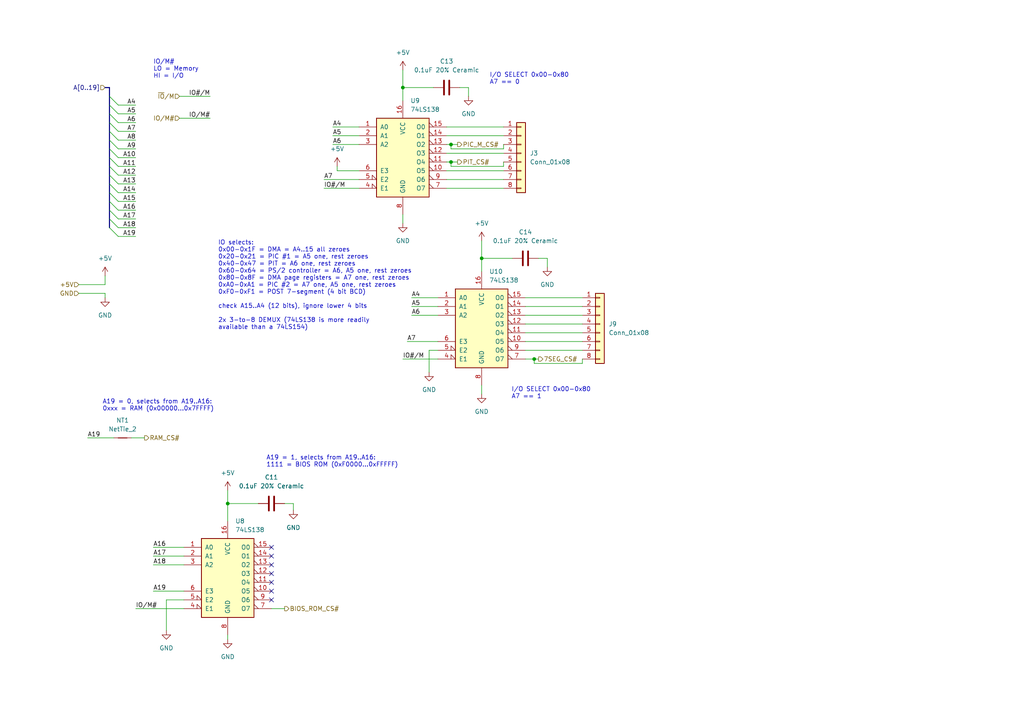
<source format=kicad_sch>
(kicad_sch
	(version 20231120)
	(generator "eeschema")
	(generator_version "8.0")
	(uuid "e0879ae6-f0e2-482c-80f0-84ac77bc6354")
	(paper "A4")
	(lib_symbols
		(symbol "74xx:74LS138"
			(pin_names
				(offset 1.016)
			)
			(exclude_from_sim no)
			(in_bom yes)
			(on_board yes)
			(property "Reference" "U"
				(at -7.62 11.43 0)
				(effects
					(font
						(size 1.27 1.27)
					)
				)
			)
			(property "Value" "74LS138"
				(at -7.62 -13.97 0)
				(effects
					(font
						(size 1.27 1.27)
					)
				)
			)
			(property "Footprint" ""
				(at 0 0 0)
				(effects
					(font
						(size 1.27 1.27)
					)
					(hide yes)
				)
			)
			(property "Datasheet" "http://www.ti.com/lit/gpn/sn74LS138"
				(at 0 0 0)
				(effects
					(font
						(size 1.27 1.27)
					)
					(hide yes)
				)
			)
			(property "Description" "Decoder 3 to 8 active low outputs"
				(at 0 0 0)
				(effects
					(font
						(size 1.27 1.27)
					)
					(hide yes)
				)
			)
			(property "ki_locked" ""
				(at 0 0 0)
				(effects
					(font
						(size 1.27 1.27)
					)
				)
			)
			(property "ki_keywords" "TTL DECOD DECOD8"
				(at 0 0 0)
				(effects
					(font
						(size 1.27 1.27)
					)
					(hide yes)
				)
			)
			(property "ki_fp_filters" "DIP?16*"
				(at 0 0 0)
				(effects
					(font
						(size 1.27 1.27)
					)
					(hide yes)
				)
			)
			(symbol "74LS138_1_0"
				(pin input line
					(at -12.7 7.62 0)
					(length 5.08)
					(name "A0"
						(effects
							(font
								(size 1.27 1.27)
							)
						)
					)
					(number "1"
						(effects
							(font
								(size 1.27 1.27)
							)
						)
					)
				)
				(pin output output_low
					(at 12.7 -5.08 180)
					(length 5.08)
					(name "O5"
						(effects
							(font
								(size 1.27 1.27)
							)
						)
					)
					(number "10"
						(effects
							(font
								(size 1.27 1.27)
							)
						)
					)
				)
				(pin output output_low
					(at 12.7 -2.54 180)
					(length 5.08)
					(name "O4"
						(effects
							(font
								(size 1.27 1.27)
							)
						)
					)
					(number "11"
						(effects
							(font
								(size 1.27 1.27)
							)
						)
					)
				)
				(pin output output_low
					(at 12.7 0 180)
					(length 5.08)
					(name "O3"
						(effects
							(font
								(size 1.27 1.27)
							)
						)
					)
					(number "12"
						(effects
							(font
								(size 1.27 1.27)
							)
						)
					)
				)
				(pin output output_low
					(at 12.7 2.54 180)
					(length 5.08)
					(name "O2"
						(effects
							(font
								(size 1.27 1.27)
							)
						)
					)
					(number "13"
						(effects
							(font
								(size 1.27 1.27)
							)
						)
					)
				)
				(pin output output_low
					(at 12.7 5.08 180)
					(length 5.08)
					(name "O1"
						(effects
							(font
								(size 1.27 1.27)
							)
						)
					)
					(number "14"
						(effects
							(font
								(size 1.27 1.27)
							)
						)
					)
				)
				(pin output output_low
					(at 12.7 7.62 180)
					(length 5.08)
					(name "O0"
						(effects
							(font
								(size 1.27 1.27)
							)
						)
					)
					(number "15"
						(effects
							(font
								(size 1.27 1.27)
							)
						)
					)
				)
				(pin power_in line
					(at 0 15.24 270)
					(length 5.08)
					(name "VCC"
						(effects
							(font
								(size 1.27 1.27)
							)
						)
					)
					(number "16"
						(effects
							(font
								(size 1.27 1.27)
							)
						)
					)
				)
				(pin input line
					(at -12.7 5.08 0)
					(length 5.08)
					(name "A1"
						(effects
							(font
								(size 1.27 1.27)
							)
						)
					)
					(number "2"
						(effects
							(font
								(size 1.27 1.27)
							)
						)
					)
				)
				(pin input line
					(at -12.7 2.54 0)
					(length 5.08)
					(name "A2"
						(effects
							(font
								(size 1.27 1.27)
							)
						)
					)
					(number "3"
						(effects
							(font
								(size 1.27 1.27)
							)
						)
					)
				)
				(pin input input_low
					(at -12.7 -10.16 0)
					(length 5.08)
					(name "E1"
						(effects
							(font
								(size 1.27 1.27)
							)
						)
					)
					(number "4"
						(effects
							(font
								(size 1.27 1.27)
							)
						)
					)
				)
				(pin input input_low
					(at -12.7 -7.62 0)
					(length 5.08)
					(name "E2"
						(effects
							(font
								(size 1.27 1.27)
							)
						)
					)
					(number "5"
						(effects
							(font
								(size 1.27 1.27)
							)
						)
					)
				)
				(pin input line
					(at -12.7 -5.08 0)
					(length 5.08)
					(name "E3"
						(effects
							(font
								(size 1.27 1.27)
							)
						)
					)
					(number "6"
						(effects
							(font
								(size 1.27 1.27)
							)
						)
					)
				)
				(pin output output_low
					(at 12.7 -10.16 180)
					(length 5.08)
					(name "O7"
						(effects
							(font
								(size 1.27 1.27)
							)
						)
					)
					(number "7"
						(effects
							(font
								(size 1.27 1.27)
							)
						)
					)
				)
				(pin power_in line
					(at 0 -17.78 90)
					(length 5.08)
					(name "GND"
						(effects
							(font
								(size 1.27 1.27)
							)
						)
					)
					(number "8"
						(effects
							(font
								(size 1.27 1.27)
							)
						)
					)
				)
				(pin output output_low
					(at 12.7 -7.62 180)
					(length 5.08)
					(name "O6"
						(effects
							(font
								(size 1.27 1.27)
							)
						)
					)
					(number "9"
						(effects
							(font
								(size 1.27 1.27)
							)
						)
					)
				)
			)
			(symbol "74LS138_1_1"
				(rectangle
					(start -7.62 10.16)
					(end 7.62 -12.7)
					(stroke
						(width 0.254)
						(type default)
					)
					(fill
						(type background)
					)
				)
			)
		)
		(symbol "Connector_Generic:Conn_01x08"
			(pin_names
				(offset 1.016) hide)
			(exclude_from_sim no)
			(in_bom yes)
			(on_board yes)
			(property "Reference" "J"
				(at 0 10.16 0)
				(effects
					(font
						(size 1.27 1.27)
					)
				)
			)
			(property "Value" "Conn_01x08"
				(at 0 -12.7 0)
				(effects
					(font
						(size 1.27 1.27)
					)
				)
			)
			(property "Footprint" ""
				(at 0 0 0)
				(effects
					(font
						(size 1.27 1.27)
					)
					(hide yes)
				)
			)
			(property "Datasheet" "~"
				(at 0 0 0)
				(effects
					(font
						(size 1.27 1.27)
					)
					(hide yes)
				)
			)
			(property "Description" "Generic connector, single row, 01x08, script generated (kicad-library-utils/schlib/autogen/connector/)"
				(at 0 0 0)
				(effects
					(font
						(size 1.27 1.27)
					)
					(hide yes)
				)
			)
			(property "ki_keywords" "connector"
				(at 0 0 0)
				(effects
					(font
						(size 1.27 1.27)
					)
					(hide yes)
				)
			)
			(property "ki_fp_filters" "Connector*:*_1x??_*"
				(at 0 0 0)
				(effects
					(font
						(size 1.27 1.27)
					)
					(hide yes)
				)
			)
			(symbol "Conn_01x08_1_1"
				(rectangle
					(start -1.27 -10.033)
					(end 0 -10.287)
					(stroke
						(width 0.1524)
						(type default)
					)
					(fill
						(type none)
					)
				)
				(rectangle
					(start -1.27 -7.493)
					(end 0 -7.747)
					(stroke
						(width 0.1524)
						(type default)
					)
					(fill
						(type none)
					)
				)
				(rectangle
					(start -1.27 -4.953)
					(end 0 -5.207)
					(stroke
						(width 0.1524)
						(type default)
					)
					(fill
						(type none)
					)
				)
				(rectangle
					(start -1.27 -2.413)
					(end 0 -2.667)
					(stroke
						(width 0.1524)
						(type default)
					)
					(fill
						(type none)
					)
				)
				(rectangle
					(start -1.27 0.127)
					(end 0 -0.127)
					(stroke
						(width 0.1524)
						(type default)
					)
					(fill
						(type none)
					)
				)
				(rectangle
					(start -1.27 2.667)
					(end 0 2.413)
					(stroke
						(width 0.1524)
						(type default)
					)
					(fill
						(type none)
					)
				)
				(rectangle
					(start -1.27 5.207)
					(end 0 4.953)
					(stroke
						(width 0.1524)
						(type default)
					)
					(fill
						(type none)
					)
				)
				(rectangle
					(start -1.27 7.747)
					(end 0 7.493)
					(stroke
						(width 0.1524)
						(type default)
					)
					(fill
						(type none)
					)
				)
				(rectangle
					(start -1.27 8.89)
					(end 1.27 -11.43)
					(stroke
						(width 0.254)
						(type default)
					)
					(fill
						(type background)
					)
				)
				(pin passive line
					(at -5.08 7.62 0)
					(length 3.81)
					(name "Pin_1"
						(effects
							(font
								(size 1.27 1.27)
							)
						)
					)
					(number "1"
						(effects
							(font
								(size 1.27 1.27)
							)
						)
					)
				)
				(pin passive line
					(at -5.08 5.08 0)
					(length 3.81)
					(name "Pin_2"
						(effects
							(font
								(size 1.27 1.27)
							)
						)
					)
					(number "2"
						(effects
							(font
								(size 1.27 1.27)
							)
						)
					)
				)
				(pin passive line
					(at -5.08 2.54 0)
					(length 3.81)
					(name "Pin_3"
						(effects
							(font
								(size 1.27 1.27)
							)
						)
					)
					(number "3"
						(effects
							(font
								(size 1.27 1.27)
							)
						)
					)
				)
				(pin passive line
					(at -5.08 0 0)
					(length 3.81)
					(name "Pin_4"
						(effects
							(font
								(size 1.27 1.27)
							)
						)
					)
					(number "4"
						(effects
							(font
								(size 1.27 1.27)
							)
						)
					)
				)
				(pin passive line
					(at -5.08 -2.54 0)
					(length 3.81)
					(name "Pin_5"
						(effects
							(font
								(size 1.27 1.27)
							)
						)
					)
					(number "5"
						(effects
							(font
								(size 1.27 1.27)
							)
						)
					)
				)
				(pin passive line
					(at -5.08 -5.08 0)
					(length 3.81)
					(name "Pin_6"
						(effects
							(font
								(size 1.27 1.27)
							)
						)
					)
					(number "6"
						(effects
							(font
								(size 1.27 1.27)
							)
						)
					)
				)
				(pin passive line
					(at -5.08 -7.62 0)
					(length 3.81)
					(name "Pin_7"
						(effects
							(font
								(size 1.27 1.27)
							)
						)
					)
					(number "7"
						(effects
							(font
								(size 1.27 1.27)
							)
						)
					)
				)
				(pin passive line
					(at -5.08 -10.16 0)
					(length 3.81)
					(name "Pin_8"
						(effects
							(font
								(size 1.27 1.27)
							)
						)
					)
					(number "8"
						(effects
							(font
								(size 1.27 1.27)
							)
						)
					)
				)
			)
		)
		(symbol "Device:C"
			(pin_numbers hide)
			(pin_names
				(offset 0.254)
			)
			(exclude_from_sim no)
			(in_bom yes)
			(on_board yes)
			(property "Reference" "C"
				(at 0.635 2.54 0)
				(effects
					(font
						(size 1.27 1.27)
					)
					(justify left)
				)
			)
			(property "Value" "C"
				(at 0.635 -2.54 0)
				(effects
					(font
						(size 1.27 1.27)
					)
					(justify left)
				)
			)
			(property "Footprint" ""
				(at 0.9652 -3.81 0)
				(effects
					(font
						(size 1.27 1.27)
					)
					(hide yes)
				)
			)
			(property "Datasheet" "~"
				(at 0 0 0)
				(effects
					(font
						(size 1.27 1.27)
					)
					(hide yes)
				)
			)
			(property "Description" "Unpolarized capacitor"
				(at 0 0 0)
				(effects
					(font
						(size 1.27 1.27)
					)
					(hide yes)
				)
			)
			(property "ki_keywords" "cap capacitor"
				(at 0 0 0)
				(effects
					(font
						(size 1.27 1.27)
					)
					(hide yes)
				)
			)
			(property "ki_fp_filters" "C_*"
				(at 0 0 0)
				(effects
					(font
						(size 1.27 1.27)
					)
					(hide yes)
				)
			)
			(symbol "C_0_1"
				(polyline
					(pts
						(xy -2.032 -0.762) (xy 2.032 -0.762)
					)
					(stroke
						(width 0.508)
						(type default)
					)
					(fill
						(type none)
					)
				)
				(polyline
					(pts
						(xy -2.032 0.762) (xy 2.032 0.762)
					)
					(stroke
						(width 0.508)
						(type default)
					)
					(fill
						(type none)
					)
				)
			)
			(symbol "C_1_1"
				(pin passive line
					(at 0 3.81 270)
					(length 2.794)
					(name "~"
						(effects
							(font
								(size 1.27 1.27)
							)
						)
					)
					(number "1"
						(effects
							(font
								(size 1.27 1.27)
							)
						)
					)
				)
				(pin passive line
					(at 0 -3.81 90)
					(length 2.794)
					(name "~"
						(effects
							(font
								(size 1.27 1.27)
							)
						)
					)
					(number "2"
						(effects
							(font
								(size 1.27 1.27)
							)
						)
					)
				)
			)
		)
		(symbol "Device:NetTie_2"
			(pin_numbers hide)
			(pin_names
				(offset 0) hide)
			(exclude_from_sim no)
			(in_bom no)
			(on_board yes)
			(property "Reference" "NT"
				(at 0 1.27 0)
				(effects
					(font
						(size 1.27 1.27)
					)
				)
			)
			(property "Value" "NetTie_2"
				(at 0 -1.27 0)
				(effects
					(font
						(size 1.27 1.27)
					)
				)
			)
			(property "Footprint" ""
				(at 0 0 0)
				(effects
					(font
						(size 1.27 1.27)
					)
					(hide yes)
				)
			)
			(property "Datasheet" "~"
				(at 0 0 0)
				(effects
					(font
						(size 1.27 1.27)
					)
					(hide yes)
				)
			)
			(property "Description" "Net tie, 2 pins"
				(at 0 0 0)
				(effects
					(font
						(size 1.27 1.27)
					)
					(hide yes)
				)
			)
			(property "ki_keywords" "net tie short"
				(at 0 0 0)
				(effects
					(font
						(size 1.27 1.27)
					)
					(hide yes)
				)
			)
			(property "ki_fp_filters" "Net*Tie*"
				(at 0 0 0)
				(effects
					(font
						(size 1.27 1.27)
					)
					(hide yes)
				)
			)
			(symbol "NetTie_2_0_1"
				(polyline
					(pts
						(xy -1.27 0) (xy 1.27 0)
					)
					(stroke
						(width 0.254)
						(type default)
					)
					(fill
						(type none)
					)
				)
			)
			(symbol "NetTie_2_1_1"
				(pin passive line
					(at -2.54 0 0)
					(length 2.54)
					(name "1"
						(effects
							(font
								(size 1.27 1.27)
							)
						)
					)
					(number "1"
						(effects
							(font
								(size 1.27 1.27)
							)
						)
					)
				)
				(pin passive line
					(at 2.54 0 180)
					(length 2.54)
					(name "2"
						(effects
							(font
								(size 1.27 1.27)
							)
						)
					)
					(number "2"
						(effects
							(font
								(size 1.27 1.27)
							)
						)
					)
				)
			)
		)
		(symbol "power:+5V"
			(power)
			(pin_names
				(offset 0)
			)
			(exclude_from_sim no)
			(in_bom yes)
			(on_board yes)
			(property "Reference" "#PWR"
				(at 0 -3.81 0)
				(effects
					(font
						(size 1.27 1.27)
					)
					(hide yes)
				)
			)
			(property "Value" "+5V"
				(at 0 3.556 0)
				(effects
					(font
						(size 1.27 1.27)
					)
				)
			)
			(property "Footprint" ""
				(at 0 0 0)
				(effects
					(font
						(size 1.27 1.27)
					)
					(hide yes)
				)
			)
			(property "Datasheet" ""
				(at 0 0 0)
				(effects
					(font
						(size 1.27 1.27)
					)
					(hide yes)
				)
			)
			(property "Description" "Power symbol creates a global label with name \"+5V\""
				(at 0 0 0)
				(effects
					(font
						(size 1.27 1.27)
					)
					(hide yes)
				)
			)
			(property "ki_keywords" "global power"
				(at 0 0 0)
				(effects
					(font
						(size 1.27 1.27)
					)
					(hide yes)
				)
			)
			(symbol "+5V_0_1"
				(polyline
					(pts
						(xy -0.762 1.27) (xy 0 2.54)
					)
					(stroke
						(width 0)
						(type default)
					)
					(fill
						(type none)
					)
				)
				(polyline
					(pts
						(xy 0 0) (xy 0 2.54)
					)
					(stroke
						(width 0)
						(type default)
					)
					(fill
						(type none)
					)
				)
				(polyline
					(pts
						(xy 0 2.54) (xy 0.762 1.27)
					)
					(stroke
						(width 0)
						(type default)
					)
					(fill
						(type none)
					)
				)
			)
			(symbol "+5V_1_1"
				(pin power_in line
					(at 0 0 90)
					(length 0) hide
					(name "+5V"
						(effects
							(font
								(size 1.27 1.27)
							)
						)
					)
					(number "1"
						(effects
							(font
								(size 1.27 1.27)
							)
						)
					)
				)
			)
		)
		(symbol "power:GND"
			(power)
			(pin_names
				(offset 0)
			)
			(exclude_from_sim no)
			(in_bom yes)
			(on_board yes)
			(property "Reference" "#PWR"
				(at 0 -6.35 0)
				(effects
					(font
						(size 1.27 1.27)
					)
					(hide yes)
				)
			)
			(property "Value" "GND"
				(at 0 -3.81 0)
				(effects
					(font
						(size 1.27 1.27)
					)
				)
			)
			(property "Footprint" ""
				(at 0 0 0)
				(effects
					(font
						(size 1.27 1.27)
					)
					(hide yes)
				)
			)
			(property "Datasheet" ""
				(at 0 0 0)
				(effects
					(font
						(size 1.27 1.27)
					)
					(hide yes)
				)
			)
			(property "Description" "Power symbol creates a global label with name \"GND\" , ground"
				(at 0 0 0)
				(effects
					(font
						(size 1.27 1.27)
					)
					(hide yes)
				)
			)
			(property "ki_keywords" "global power"
				(at 0 0 0)
				(effects
					(font
						(size 1.27 1.27)
					)
					(hide yes)
				)
			)
			(symbol "GND_0_1"
				(polyline
					(pts
						(xy 0 0) (xy 0 -1.27) (xy 1.27 -1.27) (xy 0 -2.54) (xy -1.27 -1.27) (xy 0 -1.27)
					)
					(stroke
						(width 0)
						(type default)
					)
					(fill
						(type none)
					)
				)
			)
			(symbol "GND_1_1"
				(pin power_in line
					(at 0 0 270)
					(length 0) hide
					(name "GND"
						(effects
							(font
								(size 1.27 1.27)
							)
						)
					)
					(number "1"
						(effects
							(font
								(size 1.27 1.27)
							)
						)
					)
				)
			)
		)
	)
	(junction
		(at 66.04 146.05)
		(diameter 0)
		(color 0 0 0 0)
		(uuid "0512519c-1212-400a-b633-925548cceb03")
	)
	(junction
		(at 130.81 46.99)
		(diameter 0)
		(color 0 0 0 0)
		(uuid "432ebfb0-cf68-4b5a-9b59-c2080df9ef3f")
	)
	(junction
		(at 116.84 25.4)
		(diameter 0)
		(color 0 0 0 0)
		(uuid "70cb7c0e-2bc3-40cf-841c-b31c1985524c")
	)
	(junction
		(at 139.7 74.93)
		(diameter 0)
		(color 0 0 0 0)
		(uuid "7f9a17f5-5d10-4e65-bb60-bf1cde83d27a")
	)
	(junction
		(at 154.94 104.14)
		(diameter 0)
		(color 0 0 0 0)
		(uuid "9fda0096-8035-44df-ac09-464d51b777b6")
	)
	(junction
		(at 130.81 41.91)
		(diameter 0)
		(color 0 0 0 0)
		(uuid "c5f57241-030f-4878-806d-58b3ebee716e")
	)
	(no_connect
		(at 78.74 163.83)
		(uuid "00c99348-1f8b-4736-ad63-9665168822df")
	)
	(no_connect
		(at 78.74 171.45)
		(uuid "13fd5aa2-50ab-44a1-a68e-20492f40241d")
	)
	(no_connect
		(at 78.74 158.75)
		(uuid "5f8fbfb8-3c9b-4fc3-8f0b-3c400a03fe2f")
	)
	(no_connect
		(at 78.74 161.29)
		(uuid "b0383cc8-88ee-4423-b1e8-f356f4992eda")
	)
	(no_connect
		(at 78.74 166.37)
		(uuid "c11d2b60-05c1-4cac-bc1d-20e72c9bacf2")
	)
	(no_connect
		(at 78.74 168.91)
		(uuid "e89f2288-6684-4e1e-83b7-c141e5543f97")
	)
	(no_connect
		(at 78.74 173.99)
		(uuid "ec7d410a-3edd-4414-b636-7b9390b47e93")
	)
	(bus_entry
		(at 31.75 58.42)
		(size 2.54 2.54)
		(stroke
			(width 0)
			(type default)
		)
		(uuid "03cc01d1-bb7a-4f5a-b67c-02a8a1d458de")
	)
	(bus_entry
		(at 31.75 45.72)
		(size 2.54 2.54)
		(stroke
			(width 0)
			(type default)
		)
		(uuid "05dd17ab-ccd5-4049-a55e-416e9a0f2261")
	)
	(bus_entry
		(at 31.75 66.04)
		(size 2.54 2.54)
		(stroke
			(width 0)
			(type default)
		)
		(uuid "076390d2-0c54-423e-a5f9-777ff08f0f6c")
	)
	(bus_entry
		(at 31.75 30.48)
		(size 2.54 2.54)
		(stroke
			(width 0)
			(type default)
		)
		(uuid "1ace5156-1133-4d1b-9065-e10ffdaed5e0")
	)
	(bus_entry
		(at 31.75 50.8)
		(size 2.54 2.54)
		(stroke
			(width 0)
			(type default)
		)
		(uuid "1e382185-78b0-4a4a-b82c-d9ef0d56d8fd")
	)
	(bus_entry
		(at 31.75 60.96)
		(size 2.54 2.54)
		(stroke
			(width 0)
			(type default)
		)
		(uuid "1f4babcb-14bc-4c61-a67d-591c91dfae11")
	)
	(bus_entry
		(at 31.75 27.94)
		(size 2.54 2.54)
		(stroke
			(width 0)
			(type default)
		)
		(uuid "2956d7bd-b9c6-4c85-9547-1b0264efba3f")
	)
	(bus_entry
		(at 31.75 35.56)
		(size 2.54 2.54)
		(stroke
			(width 0)
			(type default)
		)
		(uuid "35b4ba52-02b7-4188-85df-0f8e9eb68b3b")
	)
	(bus_entry
		(at 31.75 33.02)
		(size 2.54 2.54)
		(stroke
			(width 0)
			(type default)
		)
		(uuid "5a8c5fc7-7d01-4522-b93b-d3b653d71220")
	)
	(bus_entry
		(at 31.75 40.64)
		(size 2.54 2.54)
		(stroke
			(width 0)
			(type default)
		)
		(uuid "724bc7aa-7b7e-48ef-959a-dd316d605a14")
	)
	(bus_entry
		(at 31.75 53.34)
		(size 2.54 2.54)
		(stroke
			(width 0)
			(type default)
		)
		(uuid "806c3420-b20c-4c9e-ba7d-d71ca3646368")
	)
	(bus_entry
		(at 31.75 38.1)
		(size 2.54 2.54)
		(stroke
			(width 0)
			(type default)
		)
		(uuid "ae718f6e-8a60-4dee-a99f-5afd454a3e06")
	)
	(bus_entry
		(at 31.75 63.5)
		(size 2.54 2.54)
		(stroke
			(width 0)
			(type default)
		)
		(uuid "dc242dad-622c-4b30-8554-963d92c39ebb")
	)
	(bus_entry
		(at 31.75 55.88)
		(size 2.54 2.54)
		(stroke
			(width 0)
			(type default)
		)
		(uuid "e00a3d51-4554-4c2f-9cc6-7a2f64493478")
	)
	(bus_entry
		(at 31.75 43.18)
		(size 2.54 2.54)
		(stroke
			(width 0)
			(type default)
		)
		(uuid "f82f5725-baaf-4e6e-98b0-c66ae44432a1")
	)
	(bus_entry
		(at 31.75 48.26)
		(size 2.54 2.54)
		(stroke
			(width 0)
			(type default)
		)
		(uuid "fe5588cc-cc14-41ac-be3d-46247da76d2b")
	)
	(wire
		(pts
			(xy 119.38 88.9) (xy 127 88.9)
		)
		(stroke
			(width 0)
			(type default)
		)
		(uuid "033b3ba7-5157-4251-b7e0-c3fb0787e77a")
	)
	(wire
		(pts
			(xy 116.84 62.23) (xy 116.84 64.77)
		)
		(stroke
			(width 0)
			(type default)
		)
		(uuid "034f63b1-de63-40de-afea-ce91362017b1")
	)
	(wire
		(pts
			(xy 34.29 35.56) (xy 39.37 35.56)
		)
		(stroke
			(width 0)
			(type default)
		)
		(uuid "04271cdd-78ca-4b5c-b6b9-0d7cd2202913")
	)
	(bus
		(pts
			(xy 31.75 55.88) (xy 31.75 58.42)
		)
		(stroke
			(width 0)
			(type default)
		)
		(uuid "08c3fda5-809d-4779-8251-d431b413303e")
	)
	(wire
		(pts
			(xy 152.4 101.6) (xy 168.91 101.6)
		)
		(stroke
			(width 0)
			(type default)
		)
		(uuid "09ddcc72-0bce-4404-be3a-281f5e86834f")
	)
	(wire
		(pts
			(xy 93.98 54.61) (xy 104.14 54.61)
		)
		(stroke
			(width 0)
			(type default)
		)
		(uuid "0a4f772a-bd13-46e1-9012-da2442af1568")
	)
	(wire
		(pts
			(xy 130.81 46.99) (xy 132.715 46.99)
		)
		(stroke
			(width 0)
			(type default)
		)
		(uuid "0ca90a20-3c26-4b28-92a6-4ef7096c6f8e")
	)
	(wire
		(pts
			(xy 168.91 105.41) (xy 168.91 104.14)
		)
		(stroke
			(width 0)
			(type default)
		)
		(uuid "0f5460ff-fb35-49f9-9eb9-46e31c55a9bd")
	)
	(bus
		(pts
			(xy 31.75 58.42) (xy 31.75 60.96)
		)
		(stroke
			(width 0)
			(type default)
		)
		(uuid "0fb40cbe-07c8-4b38-bc5f-08db47d342a1")
	)
	(wire
		(pts
			(xy 34.29 40.64) (xy 39.37 40.64)
		)
		(stroke
			(width 0)
			(type default)
		)
		(uuid "108f3bb8-be07-4dc0-b0a9-b15cd44ecf02")
	)
	(wire
		(pts
			(xy 30.48 82.55) (xy 30.48 80.01)
		)
		(stroke
			(width 0)
			(type default)
		)
		(uuid "1147c504-06d1-4ce7-8823-596eb56a5c78")
	)
	(bus
		(pts
			(xy 31.75 30.48) (xy 31.75 27.94)
		)
		(stroke
			(width 0)
			(type default)
		)
		(uuid "11f6b51a-352d-4804-9d12-b92757fd2ca8")
	)
	(wire
		(pts
			(xy 34.29 30.48) (xy 39.37 30.48)
		)
		(stroke
			(width 0)
			(type default)
		)
		(uuid "11f88f08-7ccc-4ee2-ab8d-da8a21fe2b51")
	)
	(bus
		(pts
			(xy 31.75 53.34) (xy 31.75 50.8)
		)
		(stroke
			(width 0)
			(type default)
		)
		(uuid "16a9a1a0-cf4a-4dae-a55f-0e85f94c986c")
	)
	(wire
		(pts
			(xy 38.1 127) (xy 41.91 127)
		)
		(stroke
			(width 0)
			(type default)
		)
		(uuid "1a92e08a-fa70-42a6-994b-a1808b02b94a")
	)
	(wire
		(pts
			(xy 34.29 55.88) (xy 39.37 55.88)
		)
		(stroke
			(width 0)
			(type default)
		)
		(uuid "1bb40db0-49e4-439d-a11b-d0914345339a")
	)
	(wire
		(pts
			(xy 152.4 96.52) (xy 168.91 96.52)
		)
		(stroke
			(width 0)
			(type default)
		)
		(uuid "1d1e76d5-e527-41dc-ba41-90003bb022f6")
	)
	(wire
		(pts
			(xy 96.52 39.37) (xy 104.14 39.37)
		)
		(stroke
			(width 0)
			(type default)
		)
		(uuid "210e292b-5fcf-4453-b451-cbf54c1de9f3")
	)
	(wire
		(pts
			(xy 48.26 182.88) (xy 48.26 173.99)
		)
		(stroke
			(width 0)
			(type default)
		)
		(uuid "2228582f-a3c2-4a58-9b03-b8da7d99c0b4")
	)
	(bus
		(pts
			(xy 31.75 60.96) (xy 31.75 63.5)
		)
		(stroke
			(width 0)
			(type default)
		)
		(uuid "28c646e9-4fad-4047-ba42-33a6649a9848")
	)
	(wire
		(pts
			(xy 44.45 171.45) (xy 53.34 171.45)
		)
		(stroke
			(width 0)
			(type default)
		)
		(uuid "2dba1619-a4b1-4038-a9c8-f1d503f2d706")
	)
	(wire
		(pts
			(xy 52.07 34.29) (xy 60.96 34.29)
		)
		(stroke
			(width 0)
			(type default)
		)
		(uuid "311da78c-0f02-4bb4-b2fa-b9874c3dddff")
	)
	(wire
		(pts
			(xy 53.34 161.29) (xy 44.45 161.29)
		)
		(stroke
			(width 0)
			(type default)
		)
		(uuid "3463fd09-a416-4630-ab16-cc94b3c656f6")
	)
	(wire
		(pts
			(xy 22.86 82.55) (xy 30.48 82.55)
		)
		(stroke
			(width 0)
			(type default)
		)
		(uuid "37093831-4603-4f7a-b64a-62a52c344c33")
	)
	(wire
		(pts
			(xy 34.29 66.04) (xy 39.37 66.04)
		)
		(stroke
			(width 0)
			(type default)
		)
		(uuid "391df8a2-33be-4dca-b0dd-988b828d94a2")
	)
	(bus
		(pts
			(xy 31.75 25.4) (xy 30.48 25.4)
		)
		(stroke
			(width 0)
			(type default)
		)
		(uuid "3bbeb5ec-fa77-4b02-a0ea-3c961d7f5f73")
	)
	(bus
		(pts
			(xy 31.75 45.72) (xy 31.75 43.18)
		)
		(stroke
			(width 0)
			(type default)
		)
		(uuid "3bce9160-871c-46cf-b72d-1cd87a8b3c24")
	)
	(wire
		(pts
			(xy 130.81 46.99) (xy 130.81 48.26)
		)
		(stroke
			(width 0)
			(type default)
		)
		(uuid "3c3205d3-a336-4a07-a23c-2cd233ea9674")
	)
	(wire
		(pts
			(xy 152.4 86.36) (xy 168.91 86.36)
		)
		(stroke
			(width 0)
			(type default)
		)
		(uuid "3cf9af02-e951-410d-9ae3-19490bf06daf")
	)
	(bus
		(pts
			(xy 31.75 33.02) (xy 31.75 30.48)
		)
		(stroke
			(width 0)
			(type default)
		)
		(uuid "42c8f4cc-e87e-446a-b9da-efd519279f0c")
	)
	(wire
		(pts
			(xy 133.35 25.4) (xy 135.89 25.4)
		)
		(stroke
			(width 0)
			(type default)
		)
		(uuid "435c7325-5925-4a40-a699-3ee55539e4e1")
	)
	(wire
		(pts
			(xy 130.81 41.91) (xy 132.715 41.91)
		)
		(stroke
			(width 0)
			(type default)
		)
		(uuid "4541104c-5d94-4d81-948b-eb571af8cd3b")
	)
	(wire
		(pts
			(xy 53.34 158.75) (xy 44.45 158.75)
		)
		(stroke
			(width 0)
			(type default)
		)
		(uuid "479d2780-21d4-426b-b15f-a7a31c2e44e0")
	)
	(wire
		(pts
			(xy 66.04 146.05) (xy 74.93 146.05)
		)
		(stroke
			(width 0)
			(type default)
		)
		(uuid "4837081c-9ae0-42ac-a5ab-1192917f3156")
	)
	(wire
		(pts
			(xy 124.46 107.95) (xy 124.46 101.6)
		)
		(stroke
			(width 0)
			(type default)
		)
		(uuid "48d57ee5-dec1-4648-a9e9-c5e5b860a50b")
	)
	(wire
		(pts
			(xy 66.04 146.05) (xy 66.04 151.13)
		)
		(stroke
			(width 0)
			(type default)
		)
		(uuid "4cd221c6-0a0c-4950-bb0f-288507a2ff8b")
	)
	(wire
		(pts
			(xy 66.04 142.24) (xy 66.04 146.05)
		)
		(stroke
			(width 0)
			(type default)
		)
		(uuid "4fec28a9-e32d-43a8-a8e7-4f18301437b2")
	)
	(wire
		(pts
			(xy 53.34 163.83) (xy 44.45 163.83)
		)
		(stroke
			(width 0)
			(type default)
		)
		(uuid "502121ed-8c8a-4f89-aa50-1b1dc77ba7bd")
	)
	(wire
		(pts
			(xy 156.21 74.93) (xy 158.75 74.93)
		)
		(stroke
			(width 0)
			(type default)
		)
		(uuid "51832a19-14e0-432b-8afb-b1f20adbbb7e")
	)
	(wire
		(pts
			(xy 135.89 25.4) (xy 135.89 27.94)
		)
		(stroke
			(width 0)
			(type default)
		)
		(uuid "533abfa7-612f-487b-9b33-e648b98d4782")
	)
	(wire
		(pts
			(xy 152.4 88.9) (xy 168.91 88.9)
		)
		(stroke
			(width 0)
			(type default)
		)
		(uuid "55646372-8288-4a1c-b0a1-dff9824d1a84")
	)
	(wire
		(pts
			(xy 96.52 41.91) (xy 104.14 41.91)
		)
		(stroke
			(width 0)
			(type default)
		)
		(uuid "5794f36d-7cc5-44b7-b59c-a605e42a4be7")
	)
	(wire
		(pts
			(xy 119.38 91.44) (xy 127 91.44)
		)
		(stroke
			(width 0)
			(type default)
		)
		(uuid "58a14e77-0838-47d3-b567-e74225573f32")
	)
	(wire
		(pts
			(xy 129.54 52.07) (xy 146.05 52.07)
		)
		(stroke
			(width 0)
			(type default)
		)
		(uuid "5da54ec4-f124-4238-8b20-eed624d919a7")
	)
	(wire
		(pts
			(xy 97.79 49.53) (xy 104.14 49.53)
		)
		(stroke
			(width 0)
			(type default)
		)
		(uuid "60679c85-c10c-4755-b2b2-252c47dbe4a8")
	)
	(wire
		(pts
			(xy 25.4 127) (xy 33.02 127)
		)
		(stroke
			(width 0)
			(type default)
		)
		(uuid "65557be9-2a54-4857-90c3-a2cfe1d762f8")
	)
	(wire
		(pts
			(xy 39.37 176.53) (xy 53.34 176.53)
		)
		(stroke
			(width 0)
			(type default)
		)
		(uuid "655a36f7-95e1-42d7-b424-064f8cc00e96")
	)
	(wire
		(pts
			(xy 129.54 44.45) (xy 146.05 44.45)
		)
		(stroke
			(width 0)
			(type default)
		)
		(uuid "68cdc75a-dd6b-45a7-9bdd-571953aedc37")
	)
	(bus
		(pts
			(xy 31.75 55.88) (xy 31.75 53.34)
		)
		(stroke
			(width 0)
			(type default)
		)
		(uuid "68da5def-c515-4ddf-9465-63a8f2fb9d40")
	)
	(wire
		(pts
			(xy 34.29 60.96) (xy 39.37 60.96)
		)
		(stroke
			(width 0)
			(type default)
		)
		(uuid "6a43061c-04bb-4ead-af9b-96acf5e88ad4")
	)
	(wire
		(pts
			(xy 119.38 86.36) (xy 127 86.36)
		)
		(stroke
			(width 0)
			(type default)
		)
		(uuid "6cc59818-dd90-4708-9532-d86d87965429")
	)
	(wire
		(pts
			(xy 130.81 48.26) (xy 146.05 48.26)
		)
		(stroke
			(width 0)
			(type default)
		)
		(uuid "6da608d9-613b-4862-af76-fbcc27f8b883")
	)
	(wire
		(pts
			(xy 34.29 50.8) (xy 39.37 50.8)
		)
		(stroke
			(width 0)
			(type default)
		)
		(uuid "6ecabe49-3c4d-4258-b10d-2ba2d1e7d699")
	)
	(wire
		(pts
			(xy 152.4 91.44) (xy 168.91 91.44)
		)
		(stroke
			(width 0)
			(type default)
		)
		(uuid "6f709c66-1b59-4d6f-8fa8-f10922a32a15")
	)
	(wire
		(pts
			(xy 154.94 104.14) (xy 156.21 104.14)
		)
		(stroke
			(width 0)
			(type default)
		)
		(uuid "6f7c3823-1b89-4a63-9773-4b09c2bcb22d")
	)
	(wire
		(pts
			(xy 139.7 74.93) (xy 148.59 74.93)
		)
		(stroke
			(width 0)
			(type default)
		)
		(uuid "70001921-6a58-4331-970a-3e94e2c73a22")
	)
	(wire
		(pts
			(xy 129.54 49.53) (xy 146.05 49.53)
		)
		(stroke
			(width 0)
			(type default)
		)
		(uuid "77d9a333-cf4c-4907-b3ed-96feea387a3b")
	)
	(bus
		(pts
			(xy 31.75 40.64) (xy 31.75 38.1)
		)
		(stroke
			(width 0)
			(type default)
		)
		(uuid "77f713ce-8247-4549-b7c2-fc0fba14793d")
	)
	(wire
		(pts
			(xy 129.54 46.99) (xy 130.81 46.99)
		)
		(stroke
			(width 0)
			(type default)
		)
		(uuid "788528a8-d94c-45de-a78c-c2ef56d11ffc")
	)
	(wire
		(pts
			(xy 146.05 43.18) (xy 146.05 41.91)
		)
		(stroke
			(width 0)
			(type default)
		)
		(uuid "894802a9-27a0-49d5-a396-f70484f74fbf")
	)
	(wire
		(pts
			(xy 129.54 54.61) (xy 146.05 54.61)
		)
		(stroke
			(width 0)
			(type default)
		)
		(uuid "8e82ec4a-ff0b-460c-90e1-e7969fe75041")
	)
	(wire
		(pts
			(xy 124.46 101.6) (xy 127 101.6)
		)
		(stroke
			(width 0)
			(type default)
		)
		(uuid "921fa4de-1f49-4f6f-b3ba-c30fef068686")
	)
	(wire
		(pts
			(xy 116.84 104.14) (xy 127 104.14)
		)
		(stroke
			(width 0)
			(type default)
		)
		(uuid "9dec3e2c-3f1d-4ee5-8729-414e93f62983")
	)
	(wire
		(pts
			(xy 34.29 38.1) (xy 39.37 38.1)
		)
		(stroke
			(width 0)
			(type default)
		)
		(uuid "a5478b5b-0a21-4c36-aaf4-10e3a750d77c")
	)
	(bus
		(pts
			(xy 31.75 48.26) (xy 31.75 45.72)
		)
		(stroke
			(width 0)
			(type default)
		)
		(uuid "a6c43642-77e9-4c79-8c35-6fe46c3dd513")
	)
	(wire
		(pts
			(xy 130.81 43.18) (xy 146.05 43.18)
		)
		(stroke
			(width 0)
			(type default)
		)
		(uuid "a73d0fab-f092-429b-8af0-a5122775c451")
	)
	(bus
		(pts
			(xy 31.75 35.56) (xy 31.75 33.02)
		)
		(stroke
			(width 0)
			(type default)
		)
		(uuid "a9799eff-e26d-4cb9-8d36-c771c8a1e4bf")
	)
	(wire
		(pts
			(xy 48.26 173.99) (xy 53.34 173.99)
		)
		(stroke
			(width 0)
			(type default)
		)
		(uuid "ad44b31d-3a07-4bf2-b93e-a2ac58d8042d")
	)
	(wire
		(pts
			(xy 116.84 20.32) (xy 116.84 25.4)
		)
		(stroke
			(width 0)
			(type default)
		)
		(uuid "b24d6d32-9897-405b-b962-c0bb52083285")
	)
	(wire
		(pts
			(xy 30.48 85.09) (xy 30.48 86.36)
		)
		(stroke
			(width 0)
			(type default)
		)
		(uuid "b261103f-3d64-4897-bddc-757e10cb38c6")
	)
	(wire
		(pts
			(xy 85.09 146.05) (xy 85.09 147.955)
		)
		(stroke
			(width 0)
			(type default)
		)
		(uuid "b332f392-9c18-485c-9633-0ab73e42a57f")
	)
	(wire
		(pts
			(xy 34.29 63.5) (xy 39.37 63.5)
		)
		(stroke
			(width 0)
			(type default)
		)
		(uuid "b486c7a5-5d56-4f4b-a621-de604f5def4e")
	)
	(wire
		(pts
			(xy 34.29 33.02) (xy 39.37 33.02)
		)
		(stroke
			(width 0)
			(type default)
		)
		(uuid "b72c8b2c-8aa7-456f-9ddd-f3f18db304b3")
	)
	(wire
		(pts
			(xy 129.54 41.91) (xy 130.81 41.91)
		)
		(stroke
			(width 0)
			(type default)
		)
		(uuid "bb8e787d-33f0-45c3-bc5b-1f227e2dfda9")
	)
	(wire
		(pts
			(xy 34.29 43.18) (xy 39.37 43.18)
		)
		(stroke
			(width 0)
			(type default)
		)
		(uuid "bc28f120-d960-44e4-b0a5-72ba702b958a")
	)
	(wire
		(pts
			(xy 152.4 99.06) (xy 168.91 99.06)
		)
		(stroke
			(width 0)
			(type default)
		)
		(uuid "c01dafef-42b2-4c3d-b808-bbebab7061ca")
	)
	(bus
		(pts
			(xy 31.75 43.18) (xy 31.75 40.64)
		)
		(stroke
			(width 0)
			(type default)
		)
		(uuid "c2cbc258-3595-4cda-adbf-e0dffe406b64")
	)
	(wire
		(pts
			(xy 78.74 176.53) (xy 82.55 176.53)
		)
		(stroke
			(width 0)
			(type default)
		)
		(uuid "c4475950-d64a-4bc3-bf8b-58b0e6369669")
	)
	(wire
		(pts
			(xy 82.55 146.05) (xy 85.09 146.05)
		)
		(stroke
			(width 0)
			(type default)
		)
		(uuid "c54a5a8d-28d8-41bf-a9a2-7ac37033817f")
	)
	(wire
		(pts
			(xy 118.11 99.06) (xy 127 99.06)
		)
		(stroke
			(width 0)
			(type default)
		)
		(uuid "c7365586-4faa-4661-a90a-7c78c75e218d")
	)
	(wire
		(pts
			(xy 139.7 69.85) (xy 139.7 74.93)
		)
		(stroke
			(width 0)
			(type default)
		)
		(uuid "c7471c1f-6594-4cfe-b65e-1b1bf699f207")
	)
	(wire
		(pts
			(xy 139.7 74.93) (xy 139.7 78.74)
		)
		(stroke
			(width 0)
			(type default)
		)
		(uuid "cad313a2-9193-4b5d-9bce-5717b66f4023")
	)
	(wire
		(pts
			(xy 66.04 184.15) (xy 66.04 185.42)
		)
		(stroke
			(width 0)
			(type default)
		)
		(uuid "cce229a8-ea25-4dc4-8253-3873170a7e40")
	)
	(wire
		(pts
			(xy 146.05 48.26) (xy 146.05 46.99)
		)
		(stroke
			(width 0)
			(type default)
		)
		(uuid "d07dc00e-b02e-473a-9db8-d10b78cdcf6d")
	)
	(bus
		(pts
			(xy 31.75 25.4) (xy 31.75 27.94)
		)
		(stroke
			(width 0)
			(type default)
		)
		(uuid "d3a99a28-82ff-442b-a291-6c3ad3cb211d")
	)
	(wire
		(pts
			(xy 116.84 25.4) (xy 116.84 29.21)
		)
		(stroke
			(width 0)
			(type default)
		)
		(uuid "d49731ee-24c0-4bba-bac2-825755c0ea52")
	)
	(wire
		(pts
			(xy 34.29 45.72) (xy 39.37 45.72)
		)
		(stroke
			(width 0)
			(type default)
		)
		(uuid "d5588d4e-2a30-496d-8e96-d16bbe3492ed")
	)
	(wire
		(pts
			(xy 34.29 58.42) (xy 39.37 58.42)
		)
		(stroke
			(width 0)
			(type default)
		)
		(uuid "d932e077-1e6e-471e-80b8-08b66965b2aa")
	)
	(wire
		(pts
			(xy 139.7 111.76) (xy 139.7 114.3)
		)
		(stroke
			(width 0)
			(type default)
		)
		(uuid "daf17136-67aa-49a1-89a3-422f595353a4")
	)
	(bus
		(pts
			(xy 31.75 38.1) (xy 31.75 35.56)
		)
		(stroke
			(width 0)
			(type default)
		)
		(uuid "db8918fd-4c81-455b-ae9c-b1da73ea2831")
	)
	(wire
		(pts
			(xy 158.75 74.93) (xy 158.75 77.47)
		)
		(stroke
			(width 0)
			(type default)
		)
		(uuid "dd2232b0-1878-4547-b460-c7e162fc87db")
	)
	(wire
		(pts
			(xy 97.79 48.26) (xy 97.79 49.53)
		)
		(stroke
			(width 0)
			(type default)
		)
		(uuid "df7598d3-bb26-4e1f-a309-f87dbdaa6527")
	)
	(wire
		(pts
			(xy 96.52 36.83) (xy 104.14 36.83)
		)
		(stroke
			(width 0)
			(type default)
		)
		(uuid "e18e0ee8-f33c-41db-8506-7cbf0f129f7c")
	)
	(bus
		(pts
			(xy 31.75 63.5) (xy 31.75 66.04)
		)
		(stroke
			(width 0)
			(type default)
		)
		(uuid "e31e1151-188d-4747-b961-d44a1c72ed62")
	)
	(wire
		(pts
			(xy 34.29 48.26) (xy 39.37 48.26)
		)
		(stroke
			(width 0)
			(type default)
		)
		(uuid "e3dc196d-8da8-4a37-9d0d-fe48124396f3")
	)
	(wire
		(pts
			(xy 130.81 41.91) (xy 130.81 43.18)
		)
		(stroke
			(width 0)
			(type default)
		)
		(uuid "e4f25046-dd1b-420b-a86b-79c894cbe692")
	)
	(bus
		(pts
			(xy 31.75 50.8) (xy 31.75 48.26)
		)
		(stroke
			(width 0)
			(type default)
		)
		(uuid "e70d136e-4fdb-4386-beed-870ccc9541ff")
	)
	(wire
		(pts
			(xy 152.4 104.14) (xy 154.94 104.14)
		)
		(stroke
			(width 0)
			(type default)
		)
		(uuid "ed4a7eb8-315d-4e20-b4cd-e12209496167")
	)
	(wire
		(pts
			(xy 34.29 68.58) (xy 39.37 68.58)
		)
		(stroke
			(width 0)
			(type default)
		)
		(uuid "ef83fb5a-3244-4ca9-95c5-53a7fcc11fdc")
	)
	(wire
		(pts
			(xy 152.4 93.98) (xy 168.91 93.98)
		)
		(stroke
			(width 0)
			(type default)
		)
		(uuid "f24124b8-2143-4183-8818-18acace51e42")
	)
	(wire
		(pts
			(xy 116.84 25.4) (xy 125.73 25.4)
		)
		(stroke
			(width 0)
			(type default)
		)
		(uuid "f29db6be-3339-41ce-9a42-ef9750ea491d")
	)
	(wire
		(pts
			(xy 52.07 27.94) (xy 60.96 27.94)
		)
		(stroke
			(width 0)
			(type default)
		)
		(uuid "f490ce50-c053-4c45-b0de-a2defdbbbff2")
	)
	(wire
		(pts
			(xy 93.98 52.07) (xy 104.14 52.07)
		)
		(stroke
			(width 0)
			(type default)
		)
		(uuid "f81713b6-892e-48cf-99b3-93a58a38be64")
	)
	(wire
		(pts
			(xy 22.86 85.09) (xy 30.48 85.09)
		)
		(stroke
			(width 0)
			(type default)
		)
		(uuid "fa1174bb-5972-4a62-a0b2-de1e9f8acaab")
	)
	(wire
		(pts
			(xy 129.54 36.83) (xy 146.05 36.83)
		)
		(stroke
			(width 0)
			(type default)
		)
		(uuid "fa9bdd71-00e4-4ed9-bf0e-d8b4fce2c1f4")
	)
	(wire
		(pts
			(xy 154.94 104.14) (xy 154.94 105.41)
		)
		(stroke
			(width 0)
			(type default)
		)
		(uuid "fb29ab3c-e840-4128-a344-2ac7a0874709")
	)
	(wire
		(pts
			(xy 34.29 53.34) (xy 39.37 53.34)
		)
		(stroke
			(width 0)
			(type default)
		)
		(uuid "fcbd8f2d-9a6f-41bd-885b-3033f2a25731")
	)
	(wire
		(pts
			(xy 154.94 105.41) (xy 168.91 105.41)
		)
		(stroke
			(width 0)
			(type default)
		)
		(uuid "fd05f5a7-fcfe-4749-a2d8-e7af75d071e6")
	)
	(wire
		(pts
			(xy 129.54 39.37) (xy 146.05 39.37)
		)
		(stroke
			(width 0)
			(type default)
		)
		(uuid "ffec5f57-2ae4-41f9-9254-6d9eb618ebdd")
	)
	(text "A19 = 0, selects from A19..A16:\n0xxx = RAM (0x00000...0x7FFFF)"
		(exclude_from_sim no)
		(at 29.718 119.38 0)
		(effects
			(font
				(size 1.27 1.27)
			)
			(justify left bottom)
		)
		(uuid "0fc292c6-776b-4fe7-8d8a-2fd0af0a45ff")
	)
	(text "IO selects:\n0x00-0x1F = DMA = A4..15 all zeroes\n0x20-0x21 = PIC #1 = A5 one, rest zeroes\n0x40-0x47 = PIT = A6 one, rest zeroes\n0x60-0x64 = PS/2 controller = A6, A5 one, rest zeroes\n0x80-0x8F = DMA page registers = A7 one, rest zeroes\n0xA0-0xA1 = PIC #2 = A7 one, A5 one, rest zeroes\n0xF0-0xF1 = POST 7-segment (4 bit BCD)\n\ncheck A15..A4 (12 bits), ignore lower 4 bits\n\n2x 3-to-8 DEMUX (74LS138 is more readily\navailable than a 74LS154)"
		(exclude_from_sim no)
		(at 63.246 95.758 0)
		(effects
			(font
				(size 1.27 1.27)
			)
			(justify left bottom)
		)
		(uuid "1153c7ea-cd14-406b-962f-f82081f79446")
	)
	(text "A19 = 1, selects from A19..A16:\n1111 = BIOS ROM (0xF0000...0xFFFFF)"
		(exclude_from_sim no)
		(at 77.216 135.636 0)
		(effects
			(font
				(size 1.27 1.27)
			)
			(justify left bottom)
		)
		(uuid "32fa38cb-1c3f-486b-97b9-74af16cf66ab")
	)
	(text "I/O SELECT 0x00-0x80\nA7 == 1"
		(exclude_from_sim no)
		(at 148.336 115.824 0)
		(effects
			(font
				(size 1.27 1.27)
			)
			(justify left bottom)
		)
		(uuid "48fce572-5503-4ab8-8e79-7fd4fed97d10")
	)
	(text "I/O SELECT 0x00-0x80\nA7 == 0"
		(exclude_from_sim no)
		(at 141.986 24.638 0)
		(effects
			(font
				(size 1.27 1.27)
			)
			(justify left bottom)
		)
		(uuid "69bd1aea-6658-400c-b231-57d226971c8b")
	)
	(text "IO/M#\nLO = Memory\nHI = I/O"
		(exclude_from_sim no)
		(at 44.45 22.86 0)
		(effects
			(font
				(size 1.27 1.27)
			)
			(justify left bottom)
		)
		(uuid "7db8178c-9a54-4df4-b6c0-9c25693e1c0f")
	)
	(label "A18"
		(at 39.37 66.04 180)
		(fields_autoplaced yes)
		(effects
			(font
				(size 1.27 1.27)
			)
			(justify right bottom)
		)
		(uuid "007504ad-0955-4315-a793-a9566c829af4")
	)
	(label "A19"
		(at 44.45 171.45 0)
		(fields_autoplaced yes)
		(effects
			(font
				(size 1.27 1.27)
			)
			(justify left bottom)
		)
		(uuid "0d9bfd01-0d38-4ee0-b633-bbbe4a7d67f2")
	)
	(label "A6"
		(at 119.38 91.44 0)
		(fields_autoplaced yes)
		(effects
			(font
				(size 1.27 1.27)
			)
			(justify left bottom)
		)
		(uuid "15f448c4-1dad-4b6b-b99e-623e097699fa")
	)
	(label "A11"
		(at 39.37 48.26 180)
		(fields_autoplaced yes)
		(effects
			(font
				(size 1.27 1.27)
			)
			(justify right bottom)
		)
		(uuid "174b6cff-dabb-4e2d-89a0-05a3c668d768")
	)
	(label "A15"
		(at 39.37 58.42 180)
		(fields_autoplaced yes)
		(effects
			(font
				(size 1.27 1.27)
			)
			(justify right bottom)
		)
		(uuid "1866e479-af12-4ef5-bfbe-e8946014e9cb")
	)
	(label "A6"
		(at 39.37 35.56 180)
		(fields_autoplaced yes)
		(effects
			(font
				(size 1.27 1.27)
			)
			(justify right bottom)
		)
		(uuid "1a753ee1-fe93-4206-b07a-e4afa27f3513")
	)
	(label "A14"
		(at 39.37 55.88 180)
		(fields_autoplaced yes)
		(effects
			(font
				(size 1.27 1.27)
			)
			(justify right bottom)
		)
		(uuid "1bd05466-4166-4733-9482-db89cd515199")
	)
	(label "A19"
		(at 25.4 127 0)
		(fields_autoplaced yes)
		(effects
			(font
				(size 1.27 1.27)
			)
			(justify left bottom)
		)
		(uuid "25a57f32-7d79-4e3d-a0e3-5f9ac09464be")
	)
	(label "IO{slash}M#"
		(at 60.96 34.29 180)
		(fields_autoplaced yes)
		(effects
			(font
				(size 1.27 1.27)
			)
			(justify right bottom)
		)
		(uuid "29bf7c7b-a898-4dc5-8ba4-c8b0ee891dc3")
	)
	(label "IO#{slash}M"
		(at 60.96 27.94 180)
		(fields_autoplaced yes)
		(effects
			(font
				(size 1.27 1.27)
			)
			(justify right bottom)
		)
		(uuid "2cd0596c-a5cd-437d-a544-e8764c7931a6")
	)
	(label "IO{slash}M#"
		(at 39.37 176.53 0)
		(fields_autoplaced yes)
		(effects
			(font
				(size 1.27 1.27)
			)
			(justify left bottom)
		)
		(uuid "31d0ad57-6d40-445d-aec2-16b2b7629d5f")
	)
	(label "A4"
		(at 119.38 86.36 0)
		(fields_autoplaced yes)
		(effects
			(font
				(size 1.27 1.27)
			)
			(justify left bottom)
		)
		(uuid "394606c8-d059-4058-a0cd-c562ea6367f4")
	)
	(label "A17"
		(at 44.45 161.29 0)
		(fields_autoplaced yes)
		(effects
			(font
				(size 1.27 1.27)
			)
			(justify left bottom)
		)
		(uuid "3fa43691-065c-4c00-b8f3-4d60d20d2689")
	)
	(label "A19"
		(at 39.37 68.58 180)
		(fields_autoplaced yes)
		(effects
			(font
				(size 1.27 1.27)
			)
			(justify right bottom)
		)
		(uuid "4c5fbd18-1bb6-49d4-8bc7-623ec69030af")
	)
	(label "A8"
		(at 39.37 40.64 180)
		(fields_autoplaced yes)
		(effects
			(font
				(size 1.27 1.27)
			)
			(justify right bottom)
		)
		(uuid "53d89d40-bd64-42b0-98c5-6e544cbce683")
	)
	(label "A5"
		(at 39.37 33.02 180)
		(fields_autoplaced yes)
		(effects
			(font
				(size 1.27 1.27)
			)
			(justify right bottom)
		)
		(uuid "558450d2-00a4-45b6-8118-5bdc2b60b4c6")
	)
	(label "A7"
		(at 118.11 99.06 0)
		(fields_autoplaced yes)
		(effects
			(font
				(size 1.27 1.27)
			)
			(justify left bottom)
		)
		(uuid "58954725-3b1a-4818-aa25-642b84e3b844")
	)
	(label "A4"
		(at 96.52 36.83 0)
		(fields_autoplaced yes)
		(effects
			(font
				(size 1.27 1.27)
			)
			(justify left bottom)
		)
		(uuid "69bddb68-1659-481c-821f-d7b0cd084ad1")
	)
	(label "A18"
		(at 44.45 163.83 0)
		(fields_autoplaced yes)
		(effects
			(font
				(size 1.27 1.27)
			)
			(justify left bottom)
		)
		(uuid "7669745c-1e65-47d7-9831-6732d6217b98")
	)
	(label "A5"
		(at 119.38 88.9 0)
		(fields_autoplaced yes)
		(effects
			(font
				(size 1.27 1.27)
			)
			(justify left bottom)
		)
		(uuid "7916d02f-2376-4ed1-8c1c-3c6385e7d20b")
	)
	(label "IO#{slash}M"
		(at 93.98 54.61 0)
		(fields_autoplaced yes)
		(effects
			(font
				(size 1.27 1.27)
			)
			(justify left bottom)
		)
		(uuid "832b2f28-f5d7-4092-9a75-483ab7e66b92")
	)
	(label "A9"
		(at 39.37 43.18 180)
		(fields_autoplaced yes)
		(effects
			(font
				(size 1.27 1.27)
			)
			(justify right bottom)
		)
		(uuid "92edcfa7-5d17-4759-adc1-d96b49032cc4")
	)
	(label "A5"
		(at 96.52 39.37 0)
		(fields_autoplaced yes)
		(effects
			(font
				(size 1.27 1.27)
			)
			(justify left bottom)
		)
		(uuid "93a90bb1-1432-477c-a5cc-925aeeeb2ba2")
	)
	(label "A17"
		(at 39.37 63.5 180)
		(fields_autoplaced yes)
		(effects
			(font
				(size 1.27 1.27)
			)
			(justify right bottom)
		)
		(uuid "ab864c1b-69e1-4f45-a73e-1d1dcbc9ecf5")
	)
	(label "A13"
		(at 39.37 53.34 180)
		(fields_autoplaced yes)
		(effects
			(font
				(size 1.27 1.27)
			)
			(justify right bottom)
		)
		(uuid "b08b838e-003d-45c0-b5b7-afd1541a91f1")
	)
	(label "A7"
		(at 93.98 52.07 0)
		(fields_autoplaced yes)
		(effects
			(font
				(size 1.27 1.27)
			)
			(justify left bottom)
		)
		(uuid "bfb1d8c2-dd95-4fc2-9fc2-9185236be4a9")
	)
	(label "A16"
		(at 44.45 158.75 0)
		(fields_autoplaced yes)
		(effects
			(font
				(size 1.27 1.27)
			)
			(justify left bottom)
		)
		(uuid "ccd99d32-8966-4461-b94d-448a4be74f42")
	)
	(label "A10"
		(at 39.37 45.72 180)
		(fields_autoplaced yes)
		(effects
			(font
				(size 1.27 1.27)
			)
			(justify right bottom)
		)
		(uuid "cd229174-6f43-429b-b226-3ead08249d2e")
	)
	(label "A7"
		(at 39.37 38.1 180)
		(fields_autoplaced yes)
		(effects
			(font
				(size 1.27 1.27)
			)
			(justify right bottom)
		)
		(uuid "dab19788-9af3-435d-b4ce-7d0da6939c3e")
	)
	(label "A4"
		(at 39.37 30.48 180)
		(fields_autoplaced yes)
		(effects
			(font
				(size 1.27 1.27)
			)
			(justify right bottom)
		)
		(uuid "df16d95c-57c1-4298-8c4f-9073bc98979d")
	)
	(label "A12"
		(at 39.37 50.8 180)
		(fields_autoplaced yes)
		(effects
			(font
				(size 1.27 1.27)
			)
			(justify right bottom)
		)
		(uuid "e270a1db-a48c-4ad6-ad19-3d3163e88dc5")
	)
	(label "IO#{slash}M"
		(at 116.84 104.14 0)
		(fields_autoplaced yes)
		(effects
			(font
				(size 1.27 1.27)
			)
			(justify left bottom)
		)
		(uuid "e74c6ebc-a265-4396-bf56-a2e82ba5e4f5")
	)
	(label "A16"
		(at 39.37 60.96 180)
		(fields_autoplaced yes)
		(effects
			(font
				(size 1.27 1.27)
			)
			(justify right bottom)
		)
		(uuid "f3d685f4-87f4-4365-a3d4-05b99ad9571c")
	)
	(label "A6"
		(at 96.52 41.91 0)
		(fields_autoplaced yes)
		(effects
			(font
				(size 1.27 1.27)
			)
			(justify left bottom)
		)
		(uuid "fd81a012-8a81-46b4-8b4c-bc78eafae1a3")
	)
	(hierarchical_label "BIOS_ROM_CS#"
		(shape output)
		(at 82.55 176.53 0)
		(fields_autoplaced yes)
		(effects
			(font
				(size 1.27 1.27)
			)
			(justify left)
		)
		(uuid "205ab723-7743-4911-aa7f-0ff2da35bc20")
	)
	(hierarchical_label "GND"
		(shape input)
		(at 22.86 85.09 180)
		(fields_autoplaced yes)
		(effects
			(font
				(size 1.27 1.27)
			)
			(justify right)
		)
		(uuid "30492350-ca5e-4964-abd4-0d1d827c1a94")
	)
	(hierarchical_label "PIC_M_CS#"
		(shape output)
		(at 132.715 41.91 0)
		(fields_autoplaced yes)
		(effects
			(font
				(size 1.27 1.27)
			)
			(justify left)
		)
		(uuid "6f3a8da6-6504-4b69-b6ab-451b7f3af3ab")
	)
	(hierarchical_label "7SEG_CS#"
		(shape output)
		(at 156.21 104.14 0)
		(fields_autoplaced yes)
		(effects
			(font
				(size 1.27 1.27)
			)
			(justify left)
		)
		(uuid "707ebd15-c303-4dc2-b462-c53000332d69")
	)
	(hierarchical_label "RAM_CS#"
		(shape output)
		(at 41.91 127 0)
		(fields_autoplaced yes)
		(effects
			(font
				(size 1.27 1.27)
			)
			(justify left)
		)
		(uuid "78a3f86e-6ea0-4f25-bee4-38bc227211c4")
	)
	(hierarchical_label "PIT_CS#"
		(shape output)
		(at 132.715 46.99 0)
		(fields_autoplaced yes)
		(effects
			(font
				(size 1.27 1.27)
			)
			(justify left)
		)
		(uuid "9b817ff4-c6fa-4174-abce-efb843850038")
	)
	(hierarchical_label "+5V"
		(shape input)
		(at 22.86 82.55 180)
		(fields_autoplaced yes)
		(effects
			(font
				(size 1.27 1.27)
			)
			(justify right)
		)
		(uuid "b8db4422-3a82-4211-8877-0b3e469c1045")
	)
	(hierarchical_label "IO{slash}M#"
		(shape input)
		(at 52.07 34.29 180)
		(fields_autoplaced yes)
		(effects
			(font
				(size 1.27 1.27)
			)
			(justify right)
		)
		(uuid "de98816d-8392-473a-980b-d1bb8db7fc9f")
	)
	(hierarchical_label "~{IO}{slash}M"
		(shape input)
		(at 52.07 27.94 180)
		(fields_autoplaced yes)
		(effects
			(font
				(size 1.27 1.27)
			)
			(justify right)
		)
		(uuid "ead117a5-d381-43eb-bc0f-471488fe0888")
	)
	(hierarchical_label "A[0..19]"
		(shape input)
		(at 30.48 25.4 180)
		(fields_autoplaced yes)
		(effects
			(font
				(size 1.27 1.27)
			)
			(justify right)
		)
		(uuid "edf3715c-3633-4de0-97d8-af6dc90a5a62")
	)
	(symbol
		(lib_id "Device:C")
		(at 152.4 74.93 90)
		(unit 1)
		(exclude_from_sim no)
		(in_bom yes)
		(on_board yes)
		(dnp no)
		(fields_autoplaced yes)
		(uuid "12c73d4a-1741-49e2-81c5-1f1f3abc9c5a")
		(property "Reference" "C14"
			(at 152.4 67.31 90)
			(effects
				(font
					(size 1.27 1.27)
				)
			)
		)
		(property "Value" "0.1uF 20% Ceramic"
			(at 152.4 69.85 90)
			(effects
				(font
					(size 1.27 1.27)
				)
			)
		)
		(property "Footprint" "Capacitor_THT:C_Disc_D3.8mm_W2.6mm_P2.50mm"
			(at 156.21 73.9648 0)
			(effects
				(font
					(size 1.27 1.27)
				)
				(hide yes)
			)
		)
		(property "Datasheet" "~"
			(at 152.4 74.93 0)
			(effects
				(font
					(size 1.27 1.27)
				)
				(hide yes)
			)
		)
		(property "Description" ""
			(at 152.4 74.93 0)
			(effects
				(font
					(size 1.27 1.27)
				)
				(hide yes)
			)
		)
		(pin "1"
			(uuid "742bbf78-97b6-4c49-bffd-07565836b666")
		)
		(pin "2"
			(uuid "0faf9362-17fb-49fb-85c6-1b89ed9f7639")
		)
		(instances
			(project "prototype_8088"
				(path "/5e468d94-0319-44d1-a77f-2adc451eed13/8a7a4052-314b-4a01-9fd2-962ecfde1937"
					(reference "C14")
					(unit 1)
				)
			)
		)
	)
	(symbol
		(lib_id "74xx:74LS138")
		(at 66.04 166.37 0)
		(unit 1)
		(exclude_from_sim no)
		(in_bom yes)
		(on_board yes)
		(dnp no)
		(fields_autoplaced yes)
		(uuid "1d3d0c4c-fdac-4e04-9874-7bb7117368dd")
		(property "Reference" "U8"
			(at 68.2341 151.13 0)
			(effects
				(font
					(size 1.27 1.27)
				)
				(justify left)
			)
		)
		(property "Value" "74LS138"
			(at 68.2341 153.67 0)
			(effects
				(font
					(size 1.27 1.27)
				)
				(justify left)
			)
		)
		(property "Footprint" "Package_DIP:DIP-16_W7.62mm_Socket"
			(at 66.04 166.37 0)
			(effects
				(font
					(size 1.27 1.27)
				)
				(hide yes)
			)
		)
		(property "Datasheet" "http://www.ti.com/lit/gpn/sn74LS138"
			(at 66.04 166.37 0)
			(effects
				(font
					(size 1.27 1.27)
				)
				(hide yes)
			)
		)
		(property "Description" "Decoder 3 to 8 active low outputs"
			(at 66.04 166.37 0)
			(effects
				(font
					(size 1.27 1.27)
				)
				(hide yes)
			)
		)
		(pin "5"
			(uuid "3282fe9c-503c-454c-869e-1360d47124fe")
		)
		(pin "12"
			(uuid "24b463f9-af1b-4ba6-a3fa-9830a34fe063")
		)
		(pin "2"
			(uuid "4fa92099-85da-42f6-88a7-68733ea3fba7")
		)
		(pin "1"
			(uuid "72d3251b-0e6a-49eb-b6a6-416ed5174ca5")
		)
		(pin "3"
			(uuid "f246b0e1-54be-4993-9d59-68060a3f7295")
		)
		(pin "6"
			(uuid "7f0bcd77-dfbd-4b7c-b91c-bf313b2a96e0")
		)
		(pin "11"
			(uuid "3232b55a-ea84-4234-8309-c73289ca9a52")
		)
		(pin "4"
			(uuid "12e26313-b1f0-4d5c-8e60-6fa3a959036c")
		)
		(pin "16"
			(uuid "1a48dd47-b364-4f94-a510-9a45d4b3b5d4")
		)
		(pin "10"
			(uuid "ff02f66d-108e-4538-88c9-717e7e99354e")
		)
		(pin "13"
			(uuid "119a0722-0f2f-4b52-a729-e178227512ad")
		)
		(pin "8"
			(uuid "36ba6fac-9b1f-4127-89ee-ed0dcbbc4e18")
		)
		(pin "7"
			(uuid "84cc71c8-812e-446c-a3e7-39962babee83")
		)
		(pin "15"
			(uuid "4b49c87b-6611-49cd-b057-1e5ae2a3d6cf")
		)
		(pin "9"
			(uuid "c642a2ca-3a77-4ddc-a49e-8297bd3fa76f")
		)
		(pin "14"
			(uuid "a896f08d-7bf7-472e-ae8d-e0c053ab80ff")
		)
		(instances
			(project "prototype_8088"
				(path "/5e468d94-0319-44d1-a77f-2adc451eed13/8a7a4052-314b-4a01-9fd2-962ecfde1937"
					(reference "U8")
					(unit 1)
				)
			)
		)
	)
	(symbol
		(lib_id "74xx:74LS138")
		(at 139.7 93.98 0)
		(unit 1)
		(exclude_from_sim no)
		(in_bom yes)
		(on_board yes)
		(dnp no)
		(fields_autoplaced yes)
		(uuid "260c38e8-4f78-47bf-b122-32f25818a79d")
		(property "Reference" "U10"
			(at 141.8941 78.74 0)
			(effects
				(font
					(size 1.27 1.27)
				)
				(justify left)
			)
		)
		(property "Value" "74LS138"
			(at 141.8941 81.28 0)
			(effects
				(font
					(size 1.27 1.27)
				)
				(justify left)
			)
		)
		(property "Footprint" "Package_DIP:DIP-16_W7.62mm_Socket"
			(at 139.7 93.98 0)
			(effects
				(font
					(size 1.27 1.27)
				)
				(hide yes)
			)
		)
		(property "Datasheet" "http://www.ti.com/lit/gpn/sn74LS138"
			(at 139.7 93.98 0)
			(effects
				(font
					(size 1.27 1.27)
				)
				(hide yes)
			)
		)
		(property "Description" "Decoder 3 to 8 active low outputs"
			(at 139.7 93.98 0)
			(effects
				(font
					(size 1.27 1.27)
				)
				(hide yes)
			)
		)
		(pin "5"
			(uuid "b0212f92-0eae-49ea-8a4c-d51e4ec33856")
		)
		(pin "12"
			(uuid "52e1662f-b801-492d-954b-5efe97ffadcf")
		)
		(pin "2"
			(uuid "1ab4e85f-98a3-4d97-9b24-1d1172d71f49")
		)
		(pin "1"
			(uuid "93f81cd1-5d50-48b0-a97b-b95bd7445795")
		)
		(pin "3"
			(uuid "8fdfdb4b-cc81-4415-9449-89cabc7acdb9")
		)
		(pin "6"
			(uuid "1c641315-6d35-47f9-bd12-350fb56e4d83")
		)
		(pin "11"
			(uuid "7aab2ec4-aaa7-42fd-913c-a3eb544eb42a")
		)
		(pin "4"
			(uuid "601c6605-c82e-4509-b935-eb22ea927fb9")
		)
		(pin "16"
			(uuid "d48b13b9-1b20-41ed-9cd9-fd7ab08c685a")
		)
		(pin "10"
			(uuid "69d2a918-c7c6-4309-9139-f8cbd76e9173")
		)
		(pin "13"
			(uuid "b5076c86-7ed5-4be3-8eba-ecd6e1648b42")
		)
		(pin "8"
			(uuid "170e04e4-85e4-47bb-9920-98a69242a115")
		)
		(pin "7"
			(uuid "a06898a2-9e7c-42d7-bfe7-4ec47dfa9a47")
		)
		(pin "15"
			(uuid "71978105-0241-4f46-8163-82c64bdc32ea")
		)
		(pin "9"
			(uuid "2266e825-2b33-4687-8484-cbe407369fe1")
		)
		(pin "14"
			(uuid "e3440a8e-06e1-49d7-b0c4-c753fcdc8537")
		)
		(instances
			(project "prototype_8088"
				(path "/5e468d94-0319-44d1-a77f-2adc451eed13/8a7a4052-314b-4a01-9fd2-962ecfde1937"
					(reference "U10")
					(unit 1)
				)
			)
		)
	)
	(symbol
		(lib_id "power:+5V")
		(at 66.04 142.24 0)
		(unit 1)
		(exclude_from_sim no)
		(in_bom yes)
		(on_board yes)
		(dnp no)
		(fields_autoplaced yes)
		(uuid "2e4f41cf-2172-430b-9205-572ec480137f")
		(property "Reference" "#PWR08"
			(at 66.04 146.05 0)
			(effects
				(font
					(size 1.27 1.27)
				)
				(hide yes)
			)
		)
		(property "Value" "+5V"
			(at 66.04 137.16 0)
			(effects
				(font
					(size 1.27 1.27)
				)
			)
		)
		(property "Footprint" ""
			(at 66.04 142.24 0)
			(effects
				(font
					(size 1.27 1.27)
				)
				(hide yes)
			)
		)
		(property "Datasheet" ""
			(at 66.04 142.24 0)
			(effects
				(font
					(size 1.27 1.27)
				)
				(hide yes)
			)
		)
		(property "Description" ""
			(at 66.04 142.24 0)
			(effects
				(font
					(size 1.27 1.27)
				)
				(hide yes)
			)
		)
		(pin "1"
			(uuid "ff1085e2-8fb5-46ab-951a-a3b8ad223928")
		)
		(instances
			(project "prototype_8088"
				(path "/5e468d94-0319-44d1-a77f-2adc451eed13/8a7a4052-314b-4a01-9fd2-962ecfde1937"
					(reference "#PWR08")
					(unit 1)
				)
			)
		)
	)
	(symbol
		(lib_id "power:GND")
		(at 135.89 27.94 0)
		(unit 1)
		(exclude_from_sim no)
		(in_bom yes)
		(on_board yes)
		(dnp no)
		(fields_autoplaced yes)
		(uuid "3478afeb-6a01-4a01-9eda-f5592677e650")
		(property "Reference" "#PWR073"
			(at 135.89 34.29 0)
			(effects
				(font
					(size 1.27 1.27)
				)
				(hide yes)
			)
		)
		(property "Value" "GND"
			(at 135.89 33.02 0)
			(effects
				(font
					(size 1.27 1.27)
				)
			)
		)
		(property "Footprint" ""
			(at 135.89 27.94 0)
			(effects
				(font
					(size 1.27 1.27)
				)
				(hide yes)
			)
		)
		(property "Datasheet" ""
			(at 135.89 27.94 0)
			(effects
				(font
					(size 1.27 1.27)
				)
				(hide yes)
			)
		)
		(property "Description" ""
			(at 135.89 27.94 0)
			(effects
				(font
					(size 1.27 1.27)
				)
				(hide yes)
			)
		)
		(pin "1"
			(uuid "aca7762d-d65b-45af-a84e-3ae5be69ccdc")
		)
		(instances
			(project "prototype_8088"
				(path "/5e468d94-0319-44d1-a77f-2adc451eed13/8a7a4052-314b-4a01-9fd2-962ecfde1937"
					(reference "#PWR073")
					(unit 1)
				)
			)
		)
	)
	(symbol
		(lib_id "power:GND")
		(at 30.48 86.36 0)
		(unit 1)
		(exclude_from_sim no)
		(in_bom yes)
		(on_board yes)
		(dnp no)
		(fields_autoplaced yes)
		(uuid "426590c0-2633-4aae-a2fc-0528701a2f80")
		(property "Reference" "#PWR067"
			(at 30.48 92.71 0)
			(effects
				(font
					(size 1.27 1.27)
				)
				(hide yes)
			)
		)
		(property "Value" "GND"
			(at 30.48 91.44 0)
			(effects
				(font
					(size 1.27 1.27)
				)
			)
		)
		(property "Footprint" ""
			(at 30.48 86.36 0)
			(effects
				(font
					(size 1.27 1.27)
				)
				(hide yes)
			)
		)
		(property "Datasheet" ""
			(at 30.48 86.36 0)
			(effects
				(font
					(size 1.27 1.27)
				)
				(hide yes)
			)
		)
		(property "Description" ""
			(at 30.48 86.36 0)
			(effects
				(font
					(size 1.27 1.27)
				)
				(hide yes)
			)
		)
		(pin "1"
			(uuid "62fc7d5d-9e38-4d5d-8fc0-01de37ef6eac")
		)
		(instances
			(project "prototype_8088"
				(path "/5e468d94-0319-44d1-a77f-2adc451eed13/8a7a4052-314b-4a01-9fd2-962ecfde1937"
					(reference "#PWR067")
					(unit 1)
				)
			)
		)
	)
	(symbol
		(lib_id "Connector_Generic:Conn_01x08")
		(at 173.99 93.98 0)
		(unit 1)
		(exclude_from_sim no)
		(in_bom yes)
		(on_board yes)
		(dnp no)
		(fields_autoplaced yes)
		(uuid "43bbb102-3798-41b6-aa08-0d71e0f1ccbf")
		(property "Reference" "J9"
			(at 176.53 93.9799 0)
			(effects
				(font
					(size 1.27 1.27)
				)
				(justify left)
			)
		)
		(property "Value" "Conn_01x08"
			(at 176.53 96.5199 0)
			(effects
				(font
					(size 1.27 1.27)
				)
				(justify left)
			)
		)
		(property "Footprint" "Connector_PinSocket_2.54mm:PinSocket_1x08_P2.54mm_Vertical"
			(at 173.99 93.98 0)
			(effects
				(font
					(size 1.27 1.27)
				)
				(hide yes)
			)
		)
		(property "Datasheet" "~"
			(at 173.99 93.98 0)
			(effects
				(font
					(size 1.27 1.27)
				)
				(hide yes)
			)
		)
		(property "Description" "Generic connector, single row, 01x08, script generated (kicad-library-utils/schlib/autogen/connector/)"
			(at 173.99 93.98 0)
			(effects
				(font
					(size 1.27 1.27)
				)
				(hide yes)
			)
		)
		(pin "8"
			(uuid "c0060c5e-e02c-4f9a-8e3c-a1277c888610")
		)
		(pin "1"
			(uuid "dd61e4c9-bce2-4cbc-9838-08b04f78ff4c")
		)
		(pin "6"
			(uuid "f8252dc4-68c9-42d5-902c-f01b3c7a8e05")
		)
		(pin "2"
			(uuid "57854d4a-462e-4fde-aacf-aa00f145c68e")
		)
		(pin "3"
			(uuid "ec8612be-b30f-41a8-ae4d-0de04bdd0018")
		)
		(pin "5"
			(uuid "6c1ac5b1-e1ef-4c20-af69-52ffff9addd0")
		)
		(pin "4"
			(uuid "bec20c14-f0d0-4343-805a-e4ee00c3c5f8")
		)
		(pin "7"
			(uuid "b5530cde-959f-4685-a6f3-362eb14b24a2")
		)
		(instances
			(project "prototype_8088"
				(path "/5e468d94-0319-44d1-a77f-2adc451eed13/8a7a4052-314b-4a01-9fd2-962ecfde1937"
					(reference "J9")
					(unit 1)
				)
			)
		)
	)
	(symbol
		(lib_id "power:GND")
		(at 116.84 64.77 0)
		(unit 1)
		(exclude_from_sim no)
		(in_bom yes)
		(on_board yes)
		(dnp no)
		(fields_autoplaced yes)
		(uuid "7f803339-c15a-47c3-8230-51cbc418b236")
		(property "Reference" "#PWR088"
			(at 116.84 71.12 0)
			(effects
				(font
					(size 1.27 1.27)
				)
				(hide yes)
			)
		)
		(property "Value" "GND"
			(at 116.84 69.85 0)
			(effects
				(font
					(size 1.27 1.27)
				)
			)
		)
		(property "Footprint" ""
			(at 116.84 64.77 0)
			(effects
				(font
					(size 1.27 1.27)
				)
				(hide yes)
			)
		)
		(property "Datasheet" ""
			(at 116.84 64.77 0)
			(effects
				(font
					(size 1.27 1.27)
				)
				(hide yes)
			)
		)
		(property "Description" ""
			(at 116.84 64.77 0)
			(effects
				(font
					(size 1.27 1.27)
				)
				(hide yes)
			)
		)
		(pin "1"
			(uuid "6b200dba-6c0e-4844-9fb7-e7d23b9020b9")
		)
		(instances
			(project "prototype_8088"
				(path "/5e468d94-0319-44d1-a77f-2adc451eed13/8a7a4052-314b-4a01-9fd2-962ecfde1937"
					(reference "#PWR088")
					(unit 1)
				)
			)
		)
	)
	(symbol
		(lib_id "power:+5V")
		(at 30.48 80.01 0)
		(unit 1)
		(exclude_from_sim no)
		(in_bom yes)
		(on_board yes)
		(dnp no)
		(fields_autoplaced yes)
		(uuid "82375dcc-17dd-4ffb-9f58-e1dba648a2b0")
		(property "Reference" "#PWR064"
			(at 30.48 83.82 0)
			(effects
				(font
					(size 1.27 1.27)
				)
				(hide yes)
			)
		)
		(property "Value" "+5V"
			(at 30.48 74.93 0)
			(effects
				(font
					(size 1.27 1.27)
				)
			)
		)
		(property "Footprint" ""
			(at 30.48 80.01 0)
			(effects
				(font
					(size 1.27 1.27)
				)
				(hide yes)
			)
		)
		(property "Datasheet" ""
			(at 30.48 80.01 0)
			(effects
				(font
					(size 1.27 1.27)
				)
				(hide yes)
			)
		)
		(property "Description" ""
			(at 30.48 80.01 0)
			(effects
				(font
					(size 1.27 1.27)
				)
				(hide yes)
			)
		)
		(pin "1"
			(uuid "f8d46b2f-9835-4ca2-80cf-b99ec2d477f1")
		)
		(instances
			(project "prototype_8088"
				(path "/5e468d94-0319-44d1-a77f-2adc451eed13/8a7a4052-314b-4a01-9fd2-962ecfde1937"
					(reference "#PWR064")
					(unit 1)
				)
			)
		)
	)
	(symbol
		(lib_id "power:GND")
		(at 124.46 107.95 0)
		(unit 1)
		(exclude_from_sim no)
		(in_bom yes)
		(on_board yes)
		(dnp no)
		(fields_autoplaced yes)
		(uuid "875f057d-3e9a-463b-bd53-56f8337648ed")
		(property "Reference" "#PWR090"
			(at 124.46 114.3 0)
			(effects
				(font
					(size 1.27 1.27)
				)
				(hide yes)
			)
		)
		(property "Value" "GND"
			(at 124.46 113.03 0)
			(effects
				(font
					(size 1.27 1.27)
				)
			)
		)
		(property "Footprint" ""
			(at 124.46 107.95 0)
			(effects
				(font
					(size 1.27 1.27)
				)
				(hide yes)
			)
		)
		(property "Datasheet" ""
			(at 124.46 107.95 0)
			(effects
				(font
					(size 1.27 1.27)
				)
				(hide yes)
			)
		)
		(property "Description" ""
			(at 124.46 107.95 0)
			(effects
				(font
					(size 1.27 1.27)
				)
				(hide yes)
			)
		)
		(pin "1"
			(uuid "bea17e81-524c-4db7-81d6-e60ab36b10f6")
		)
		(instances
			(project "prototype_8088"
				(path "/5e468d94-0319-44d1-a77f-2adc451eed13/8a7a4052-314b-4a01-9fd2-962ecfde1937"
					(reference "#PWR090")
					(unit 1)
				)
			)
		)
	)
	(symbol
		(lib_id "power:+5V")
		(at 116.84 20.32 0)
		(unit 1)
		(exclude_from_sim no)
		(in_bom yes)
		(on_board yes)
		(dnp no)
		(fields_autoplaced yes)
		(uuid "8aea84dd-fda5-4388-82e1-3e02bdf68eaa")
		(property "Reference" "#PWR050"
			(at 116.84 24.13 0)
			(effects
				(font
					(size 1.27 1.27)
				)
				(hide yes)
			)
		)
		(property "Value" "+5V"
			(at 116.84 15.24 0)
			(effects
				(font
					(size 1.27 1.27)
				)
			)
		)
		(property "Footprint" ""
			(at 116.84 20.32 0)
			(effects
				(font
					(size 1.27 1.27)
				)
				(hide yes)
			)
		)
		(property "Datasheet" ""
			(at 116.84 20.32 0)
			(effects
				(font
					(size 1.27 1.27)
				)
				(hide yes)
			)
		)
		(property "Description" ""
			(at 116.84 20.32 0)
			(effects
				(font
					(size 1.27 1.27)
				)
				(hide yes)
			)
		)
		(pin "1"
			(uuid "6e43327c-cae2-403e-a02e-1f452dd4c582")
		)
		(instances
			(project "prototype_8088"
				(path "/5e468d94-0319-44d1-a77f-2adc451eed13/8a7a4052-314b-4a01-9fd2-962ecfde1937"
					(reference "#PWR050")
					(unit 1)
				)
			)
		)
	)
	(symbol
		(lib_id "power:GND")
		(at 85.09 147.955 0)
		(unit 1)
		(exclude_from_sim no)
		(in_bom yes)
		(on_board yes)
		(dnp no)
		(fields_autoplaced yes)
		(uuid "932b1d5e-2dc2-47ba-9f1a-41d51a421c33")
		(property "Reference" "#PWR011"
			(at 85.09 154.305 0)
			(effects
				(font
					(size 1.27 1.27)
				)
				(hide yes)
			)
		)
		(property "Value" "GND"
			(at 85.09 153.035 0)
			(effects
				(font
					(size 1.27 1.27)
				)
			)
		)
		(property "Footprint" ""
			(at 85.09 147.955 0)
			(effects
				(font
					(size 1.27 1.27)
				)
				(hide yes)
			)
		)
		(property "Datasheet" ""
			(at 85.09 147.955 0)
			(effects
				(font
					(size 1.27 1.27)
				)
				(hide yes)
			)
		)
		(property "Description" ""
			(at 85.09 147.955 0)
			(effects
				(font
					(size 1.27 1.27)
				)
				(hide yes)
			)
		)
		(pin "1"
			(uuid "05451c94-7d10-4398-80b2-52176e72fb98")
		)
		(instances
			(project "prototype_8088"
				(path "/5e468d94-0319-44d1-a77f-2adc451eed13/8a7a4052-314b-4a01-9fd2-962ecfde1937"
					(reference "#PWR011")
					(unit 1)
				)
			)
		)
	)
	(symbol
		(lib_id "Device:C")
		(at 129.54 25.4 90)
		(unit 1)
		(exclude_from_sim no)
		(in_bom yes)
		(on_board yes)
		(dnp no)
		(fields_autoplaced yes)
		(uuid "96341be7-a61c-4a3a-a17d-d21ec44045ca")
		(property "Reference" "C13"
			(at 129.54 17.78 90)
			(effects
				(font
					(size 1.27 1.27)
				)
			)
		)
		(property "Value" "0.1uF 20% Ceramic"
			(at 129.54 20.32 90)
			(effects
				(font
					(size 1.27 1.27)
				)
			)
		)
		(property "Footprint" "Capacitor_THT:C_Disc_D3.8mm_W2.6mm_P2.50mm"
			(at 133.35 24.4348 0)
			(effects
				(font
					(size 1.27 1.27)
				)
				(hide yes)
			)
		)
		(property "Datasheet" "~"
			(at 129.54 25.4 0)
			(effects
				(font
					(size 1.27 1.27)
				)
				(hide yes)
			)
		)
		(property "Description" ""
			(at 129.54 25.4 0)
			(effects
				(font
					(size 1.27 1.27)
				)
				(hide yes)
			)
		)
		(pin "1"
			(uuid "053e9b4b-35d4-4d90-b224-b12cbddd37fc")
		)
		(pin "2"
			(uuid "91ad97e8-2e54-4693-a422-c0dcc8a42dde")
		)
		(instances
			(project "prototype_8088"
				(path "/5e468d94-0319-44d1-a77f-2adc451eed13/8a7a4052-314b-4a01-9fd2-962ecfde1937"
					(reference "C13")
					(unit 1)
				)
			)
		)
	)
	(symbol
		(lib_id "power:GND")
		(at 139.7 114.3 0)
		(unit 1)
		(exclude_from_sim no)
		(in_bom yes)
		(on_board yes)
		(dnp no)
		(fields_autoplaced yes)
		(uuid "976051da-ed90-4c2d-8a58-3c69b8c547ed")
		(property "Reference" "#PWR089"
			(at 139.7 120.65 0)
			(effects
				(font
					(size 1.27 1.27)
				)
				(hide yes)
			)
		)
		(property "Value" "GND"
			(at 139.7 119.38 0)
			(effects
				(font
					(size 1.27 1.27)
				)
			)
		)
		(property "Footprint" ""
			(at 139.7 114.3 0)
			(effects
				(font
					(size 1.27 1.27)
				)
				(hide yes)
			)
		)
		(property "Datasheet" ""
			(at 139.7 114.3 0)
			(effects
				(font
					(size 1.27 1.27)
				)
				(hide yes)
			)
		)
		(property "Description" ""
			(at 139.7 114.3 0)
			(effects
				(font
					(size 1.27 1.27)
				)
				(hide yes)
			)
		)
		(pin "1"
			(uuid "a735d307-0f75-4f57-9a6e-08cbb0a419c7")
		)
		(instances
			(project "prototype_8088"
				(path "/5e468d94-0319-44d1-a77f-2adc451eed13/8a7a4052-314b-4a01-9fd2-962ecfde1937"
					(reference "#PWR089")
					(unit 1)
				)
			)
		)
	)
	(symbol
		(lib_id "power:GND")
		(at 66.04 185.42 0)
		(unit 1)
		(exclude_from_sim no)
		(in_bom yes)
		(on_board yes)
		(dnp no)
		(fields_autoplaced yes)
		(uuid "9fd38353-0c2d-466d-ac7d-0f07cb422dc5")
		(property "Reference" "#PWR068"
			(at 66.04 191.77 0)
			(effects
				(font
					(size 1.27 1.27)
				)
				(hide yes)
			)
		)
		(property "Value" "GND"
			(at 66.04 190.5 0)
			(effects
				(font
					(size 1.27 1.27)
				)
			)
		)
		(property "Footprint" ""
			(at 66.04 185.42 0)
			(effects
				(font
					(size 1.27 1.27)
				)
				(hide yes)
			)
		)
		(property "Datasheet" ""
			(at 66.04 185.42 0)
			(effects
				(font
					(size 1.27 1.27)
				)
				(hide yes)
			)
		)
		(property "Description" ""
			(at 66.04 185.42 0)
			(effects
				(font
					(size 1.27 1.27)
				)
				(hide yes)
			)
		)
		(pin "1"
			(uuid "c9bc100d-0944-415e-99e3-14bfd7f9758a")
		)
		(instances
			(project "prototype_8088"
				(path "/5e468d94-0319-44d1-a77f-2adc451eed13/8a7a4052-314b-4a01-9fd2-962ecfde1937"
					(reference "#PWR068")
					(unit 1)
				)
			)
		)
	)
	(symbol
		(lib_id "Connector_Generic:Conn_01x08")
		(at 151.13 44.45 0)
		(unit 1)
		(exclude_from_sim no)
		(in_bom yes)
		(on_board yes)
		(dnp no)
		(fields_autoplaced yes)
		(uuid "a2ee7fce-05f4-4bfb-a684-644d47d0585c")
		(property "Reference" "J3"
			(at 153.67 44.4499 0)
			(effects
				(font
					(size 1.27 1.27)
				)
				(justify left)
			)
		)
		(property "Value" "Conn_01x08"
			(at 153.67 46.9899 0)
			(effects
				(font
					(size 1.27 1.27)
				)
				(justify left)
			)
		)
		(property "Footprint" "Connector_PinSocket_2.54mm:PinSocket_1x08_P2.54mm_Vertical"
			(at 151.13 44.45 0)
			(effects
				(font
					(size 1.27 1.27)
				)
				(hide yes)
			)
		)
		(property "Datasheet" "~"
			(at 151.13 44.45 0)
			(effects
				(font
					(size 1.27 1.27)
				)
				(hide yes)
			)
		)
		(property "Description" "Generic connector, single row, 01x08, script generated (kicad-library-utils/schlib/autogen/connector/)"
			(at 151.13 44.45 0)
			(effects
				(font
					(size 1.27 1.27)
				)
				(hide yes)
			)
		)
		(pin "8"
			(uuid "dc5686cb-b5e8-4016-a523-fed41fbc92b0")
		)
		(pin "1"
			(uuid "18b1afba-890b-40fa-99af-e80009de5fa0")
		)
		(pin "6"
			(uuid "28eef47e-9442-43ba-86b0-4327ce0808cb")
		)
		(pin "2"
			(uuid "c609c853-3732-40f3-9180-c52632ae24f0")
		)
		(pin "3"
			(uuid "af8052dc-6f9c-460b-a2cb-d43c8d56e72a")
		)
		(pin "5"
			(uuid "86844487-cdc4-4a43-92a8-f8152cade588")
		)
		(pin "4"
			(uuid "12621706-80d9-4425-b3bb-5c32728d2d51")
		)
		(pin "7"
			(uuid "9d8b5351-f485-4a4c-87d0-4a6bd16cbf40")
		)
		(instances
			(project "prototype_8088"
				(path "/5e468d94-0319-44d1-a77f-2adc451eed13/8a7a4052-314b-4a01-9fd2-962ecfde1937"
					(reference "J3")
					(unit 1)
				)
			)
		)
	)
	(symbol
		(lib_id "power:+5V")
		(at 139.7 69.85 0)
		(unit 1)
		(exclude_from_sim no)
		(in_bom yes)
		(on_board yes)
		(dnp no)
		(fields_autoplaced yes)
		(uuid "af871ec9-b56d-4ca3-aecc-2757e7e9d753")
		(property "Reference" "#PWR086"
			(at 139.7 73.66 0)
			(effects
				(font
					(size 1.27 1.27)
				)
				(hide yes)
			)
		)
		(property "Value" "+5V"
			(at 139.7 64.77 0)
			(effects
				(font
					(size 1.27 1.27)
				)
			)
		)
		(property "Footprint" ""
			(at 139.7 69.85 0)
			(effects
				(font
					(size 1.27 1.27)
				)
				(hide yes)
			)
		)
		(property "Datasheet" ""
			(at 139.7 69.85 0)
			(effects
				(font
					(size 1.27 1.27)
				)
				(hide yes)
			)
		)
		(property "Description" ""
			(at 139.7 69.85 0)
			(effects
				(font
					(size 1.27 1.27)
				)
				(hide yes)
			)
		)
		(pin "1"
			(uuid "626d94ee-9988-44da-9a1f-94b43308d443")
		)
		(instances
			(project "prototype_8088"
				(path "/5e468d94-0319-44d1-a77f-2adc451eed13/8a7a4052-314b-4a01-9fd2-962ecfde1937"
					(reference "#PWR086")
					(unit 1)
				)
			)
		)
	)
	(symbol
		(lib_id "power:+5V")
		(at 97.79 48.26 0)
		(unit 1)
		(exclude_from_sim no)
		(in_bom yes)
		(on_board yes)
		(dnp no)
		(fields_autoplaced yes)
		(uuid "c4726646-dcc9-4e84-a3a2-46a443907c43")
		(property "Reference" "#PWR085"
			(at 97.79 52.07 0)
			(effects
				(font
					(size 1.27 1.27)
				)
				(hide yes)
			)
		)
		(property "Value" "+5V"
			(at 97.79 43.18 0)
			(effects
				(font
					(size 1.27 1.27)
				)
			)
		)
		(property "Footprint" ""
			(at 97.79 48.26 0)
			(effects
				(font
					(size 1.27 1.27)
				)
				(hide yes)
			)
		)
		(property "Datasheet" ""
			(at 97.79 48.26 0)
			(effects
				(font
					(size 1.27 1.27)
				)
				(hide yes)
			)
		)
		(property "Description" ""
			(at 97.79 48.26 0)
			(effects
				(font
					(size 1.27 1.27)
				)
				(hide yes)
			)
		)
		(pin "1"
			(uuid "2b6a3296-6cc2-464d-8529-44c4192e456c")
		)
		(instances
			(project "prototype_8088"
				(path "/5e468d94-0319-44d1-a77f-2adc451eed13/8a7a4052-314b-4a01-9fd2-962ecfde1937"
					(reference "#PWR085")
					(unit 1)
				)
			)
		)
	)
	(symbol
		(lib_id "74xx:74LS138")
		(at 116.84 44.45 0)
		(unit 1)
		(exclude_from_sim no)
		(in_bom yes)
		(on_board yes)
		(dnp no)
		(fields_autoplaced yes)
		(uuid "d316391b-46e6-4e3c-a9ed-719550e3c8b7")
		(property "Reference" "U9"
			(at 119.0341 29.21 0)
			(effects
				(font
					(size 1.27 1.27)
				)
				(justify left)
			)
		)
		(property "Value" "74LS138"
			(at 119.0341 31.75 0)
			(effects
				(font
					(size 1.27 1.27)
				)
				(justify left)
			)
		)
		(property "Footprint" "Package_DIP:DIP-16_W7.62mm_Socket"
			(at 116.84 44.45 0)
			(effects
				(font
					(size 1.27 1.27)
				)
				(hide yes)
			)
		)
		(property "Datasheet" "http://www.ti.com/lit/gpn/sn74LS138"
			(at 116.84 44.45 0)
			(effects
				(font
					(size 1.27 1.27)
				)
				(hide yes)
			)
		)
		(property "Description" "Decoder 3 to 8 active low outputs"
			(at 116.84 44.45 0)
			(effects
				(font
					(size 1.27 1.27)
				)
				(hide yes)
			)
		)
		(pin "5"
			(uuid "d52f6d7e-f371-46a0-bac1-7a3d03c8ecf0")
		)
		(pin "12"
			(uuid "17be5caf-0526-4806-9606-2f329a8c002c")
		)
		(pin "2"
			(uuid "b66f8240-97e8-4a3e-8d73-347f1af3a0e5")
		)
		(pin "1"
			(uuid "add24e4b-c661-486a-af68-ee3128f0643a")
		)
		(pin "3"
			(uuid "854ada09-6fa5-4345-8e80-e09c456e29c1")
		)
		(pin "6"
			(uuid "0faa378c-bb1a-4b5e-90bf-728e44695210")
		)
		(pin "11"
			(uuid "4bcf11e7-da60-4af9-9614-ec9956222c2b")
		)
		(pin "4"
			(uuid "d77d52f2-35d6-44c7-a143-ee5f18cf3d70")
		)
		(pin "16"
			(uuid "7153c3bc-f7b8-4563-bab0-4cb417a3a34c")
		)
		(pin "10"
			(uuid "6a7b97f1-0ae1-4b64-b0b9-a8577afd58d2")
		)
		(pin "13"
			(uuid "efd6e379-16b8-44fa-9763-afb425155d0e")
		)
		(pin "8"
			(uuid "03d41084-6f30-4a84-948a-4b8ca2f08952")
		)
		(pin "7"
			(uuid "450ca075-1b1d-441e-92ce-1049c2dcd821")
		)
		(pin "15"
			(uuid "51f7aa6e-0c62-4767-9c9d-9233eb12d946")
		)
		(pin "9"
			(uuid "76dd28e2-3828-4e88-8071-4ff15cb7e076")
		)
		(pin "14"
			(uuid "47133140-c2fc-445c-b677-5e6ad352026a")
		)
		(instances
			(project "prototype_8088"
				(path "/5e468d94-0319-44d1-a77f-2adc451eed13/8a7a4052-314b-4a01-9fd2-962ecfde1937"
					(reference "U9")
					(unit 1)
				)
			)
		)
	)
	(symbol
		(lib_id "power:GND")
		(at 158.75 77.47 0)
		(unit 1)
		(exclude_from_sim no)
		(in_bom yes)
		(on_board yes)
		(dnp no)
		(fields_autoplaced yes)
		(uuid "ec8eceaa-0c06-4e41-ba21-4812ed38b4d4")
		(property "Reference" "#PWR087"
			(at 158.75 83.82 0)
			(effects
				(font
					(size 1.27 1.27)
				)
				(hide yes)
			)
		)
		(property "Value" "GND"
			(at 158.75 82.55 0)
			(effects
				(font
					(size 1.27 1.27)
				)
			)
		)
		(property "Footprint" ""
			(at 158.75 77.47 0)
			(effects
				(font
					(size 1.27 1.27)
				)
				(hide yes)
			)
		)
		(property "Datasheet" ""
			(at 158.75 77.47 0)
			(effects
				(font
					(size 1.27 1.27)
				)
				(hide yes)
			)
		)
		(property "Description" ""
			(at 158.75 77.47 0)
			(effects
				(font
					(size 1.27 1.27)
				)
				(hide yes)
			)
		)
		(pin "1"
			(uuid "2a067293-7ba2-444e-8588-eea96d4e0dd7")
		)
		(instances
			(project "prototype_8088"
				(path "/5e468d94-0319-44d1-a77f-2adc451eed13/8a7a4052-314b-4a01-9fd2-962ecfde1937"
					(reference "#PWR087")
					(unit 1)
				)
			)
		)
	)
	(symbol
		(lib_id "power:GND")
		(at 48.26 182.88 0)
		(unit 1)
		(exclude_from_sim no)
		(in_bom yes)
		(on_board yes)
		(dnp no)
		(fields_autoplaced yes)
		(uuid "f1a7e59b-5c45-4241-bc89-86fc9b051a45")
		(property "Reference" "#PWR01"
			(at 48.26 189.23 0)
			(effects
				(font
					(size 1.27 1.27)
				)
				(hide yes)
			)
		)
		(property "Value" "GND"
			(at 48.26 187.96 0)
			(effects
				(font
					(size 1.27 1.27)
				)
			)
		)
		(property "Footprint" ""
			(at 48.26 182.88 0)
			(effects
				(font
					(size 1.27 1.27)
				)
				(hide yes)
			)
		)
		(property "Datasheet" ""
			(at 48.26 182.88 0)
			(effects
				(font
					(size 1.27 1.27)
				)
				(hide yes)
			)
		)
		(property "Description" ""
			(at 48.26 182.88 0)
			(effects
				(font
					(size 1.27 1.27)
				)
				(hide yes)
			)
		)
		(pin "1"
			(uuid "c8af2ff4-78ce-44ab-8e26-a4b9d5c93d46")
		)
		(instances
			(project "prototype_8088"
				(path "/5e468d94-0319-44d1-a77f-2adc451eed13/8a7a4052-314b-4a01-9fd2-962ecfde1937"
					(reference "#PWR01")
					(unit 1)
				)
			)
		)
	)
	(symbol
		(lib_id "Device:C")
		(at 78.74 146.05 90)
		(unit 1)
		(exclude_from_sim no)
		(in_bom yes)
		(on_board yes)
		(dnp no)
		(fields_autoplaced yes)
		(uuid "f9e91384-38cf-47bf-8ebe-8398da17b488")
		(property "Reference" "C11"
			(at 78.74 138.43 90)
			(effects
				(font
					(size 1.27 1.27)
				)
			)
		)
		(property "Value" "0.1uF 20% Ceramic"
			(at 78.74 140.97 90)
			(effects
				(font
					(size 1.27 1.27)
				)
			)
		)
		(property "Footprint" "Capacitor_THT:C_Disc_D3.8mm_W2.6mm_P2.50mm"
			(at 82.55 145.0848 0)
			(effects
				(font
					(size 1.27 1.27)
				)
				(hide yes)
			)
		)
		(property "Datasheet" "~"
			(at 78.74 146.05 0)
			(effects
				(font
					(size 1.27 1.27)
				)
				(hide yes)
			)
		)
		(property "Description" ""
			(at 78.74 146.05 0)
			(effects
				(font
					(size 1.27 1.27)
				)
				(hide yes)
			)
		)
		(pin "1"
			(uuid "bf6f4a79-0239-4897-a02b-2f3402488a19")
		)
		(pin "2"
			(uuid "b64679ba-2134-4817-a243-2c4743f007eb")
		)
		(instances
			(project "prototype_8088"
				(path "/5e468d94-0319-44d1-a77f-2adc451eed13/8a7a4052-314b-4a01-9fd2-962ecfde1937"
					(reference "C11")
					(unit 1)
				)
			)
		)
	)
	(symbol
		(lib_id "Device:NetTie_2")
		(at 35.56 127 0)
		(unit 1)
		(exclude_from_sim no)
		(in_bom no)
		(on_board yes)
		(dnp no)
		(fields_autoplaced yes)
		(uuid "fda4bb42-e44b-4ae9-b1ba-da97f6ae288f")
		(property "Reference" "NT1"
			(at 35.56 121.92 0)
			(effects
				(font
					(size 1.27 1.27)
				)
			)
		)
		(property "Value" "NetTie_2"
			(at 35.56 124.46 0)
			(effects
				(font
					(size 1.27 1.27)
				)
			)
		)
		(property "Footprint" ""
			(at 35.56 127 0)
			(effects
				(font
					(size 1.27 1.27)
				)
				(hide yes)
			)
		)
		(property "Datasheet" "~"
			(at 35.56 127 0)
			(effects
				(font
					(size 1.27 1.27)
				)
				(hide yes)
			)
		)
		(property "Description" "Net tie, 2 pins"
			(at 35.56 127 0)
			(effects
				(font
					(size 1.27 1.27)
				)
				(hide yes)
			)
		)
		(pin "1"
			(uuid "e1af8a10-8dae-4563-81cb-b9aa50ed5f39")
		)
		(pin "2"
			(uuid "7c116fd5-67d6-496b-8dce-19c7b5d0a26a")
		)
		(instances
			(project "prototype_8088"
				(path "/5e468d94-0319-44d1-a77f-2adc451eed13/8a7a4052-314b-4a01-9fd2-962ecfde1937"
					(reference "NT1")
					(unit 1)
				)
			)
		)
	)
)
</source>
